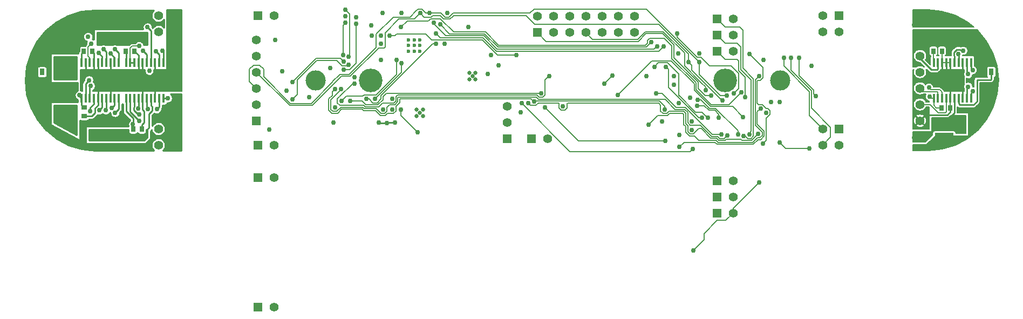
<source format=gbl>
G04 (created by PCBNEW (2013-07-07 BZR 4022)-stable) date 2/22/2014 5:21:18 PM*
%MOIN*%
G04 Gerber Fmt 3.4, Leading zero omitted, Abs format*
%FSLAX34Y34*%
G01*
G70*
G90*
G04 APERTURE LIST*
%ADD10C,0.00590551*%
%ADD11R,0.0165X0.0579*%
%ADD12R,0.055X0.055*%
%ADD13C,0.055*%
%ADD14C,0.025*%
%ADD15C,0.023622*%
%ADD16C,0.146*%
%ADD17C,0.125*%
%ADD18R,0.11811X0.0472441*%
%ADD19R,0.031X0.043*%
%ADD20R,0.026X0.0355*%
%ADD21R,0.0355X0.026*%
%ADD22C,0.03*%
%ADD23C,0.01*%
%ADD24C,0.006*%
G04 APERTURE END LIST*
G54D10*
G54D11*
X7422Y15602D03*
X7678Y15602D03*
X7934Y15602D03*
X8190Y15602D03*
X6658Y13400D03*
X6654Y15602D03*
X6910Y15602D03*
X7166Y15602D03*
X8446Y13398D03*
X8190Y13398D03*
X7934Y13398D03*
X7678Y13398D03*
X7422Y13398D03*
X7166Y13398D03*
X8446Y15602D03*
X6910Y13400D03*
X6398Y15602D03*
X8702Y15602D03*
X8702Y13398D03*
X6398Y13398D03*
X57322Y15602D03*
X57578Y15602D03*
X57834Y15602D03*
X58090Y15602D03*
X56558Y13400D03*
X56554Y15602D03*
X56810Y15602D03*
X57066Y15602D03*
X58346Y13398D03*
X58090Y13398D03*
X57834Y13398D03*
X57578Y13398D03*
X57322Y13398D03*
X57066Y13398D03*
X58346Y15602D03*
X56810Y13400D03*
X56298Y15602D03*
X58602Y15602D03*
X58602Y13398D03*
X56298Y13398D03*
X4672Y15602D03*
X4928Y15602D03*
X5184Y15602D03*
X5440Y15602D03*
X3908Y13400D03*
X3904Y15602D03*
X4160Y15602D03*
X4416Y15602D03*
X5696Y13398D03*
X5440Y13398D03*
X5184Y13398D03*
X4928Y13398D03*
X4672Y13398D03*
X4416Y13398D03*
X5696Y15602D03*
X4160Y13400D03*
X3648Y15602D03*
X5952Y15602D03*
X5952Y13398D03*
X3648Y13398D03*
G54D12*
X31800Y17450D03*
G54D13*
X31800Y18450D03*
X32800Y17450D03*
X32800Y18450D03*
X33800Y17450D03*
X33800Y18450D03*
X34800Y17450D03*
X34800Y18450D03*
X35800Y17450D03*
X35800Y18450D03*
X36800Y17450D03*
X36800Y18450D03*
X37800Y17450D03*
X37800Y18450D03*
G54D12*
X55450Y17000D03*
G54D13*
X55450Y16000D03*
X55450Y15000D03*
X55450Y14000D03*
X55450Y13000D03*
X55450Y12000D03*
G54D12*
X14450Y12000D03*
G54D13*
X14450Y13000D03*
X14450Y14000D03*
X14450Y15000D03*
X14450Y16000D03*
X14450Y17000D03*
G54D14*
X24550Y12500D03*
X24746Y12696D03*
X24746Y12303D03*
X24353Y12303D03*
X24353Y12696D03*
G54D12*
X50450Y18500D03*
G54D13*
X49450Y18500D03*
X49450Y17500D03*
X50450Y17500D03*
G54D12*
X9400Y17500D03*
G54D13*
X8400Y17500D03*
X8400Y18500D03*
X9400Y18500D03*
G54D12*
X9400Y10500D03*
G54D13*
X8400Y10500D03*
X8400Y11500D03*
X9400Y11500D03*
G54D12*
X50450Y11500D03*
G54D13*
X49450Y11500D03*
X49450Y10500D03*
X50450Y10500D03*
G54D12*
X14550Y18500D03*
G54D13*
X15550Y18500D03*
G54D12*
X14550Y10500D03*
G54D13*
X15550Y10500D03*
G54D12*
X42900Y18300D03*
G54D13*
X43900Y18300D03*
G54D12*
X42900Y17300D03*
G54D13*
X43900Y17300D03*
G54D12*
X42900Y16300D03*
G54D13*
X43900Y16300D03*
G54D12*
X14550Y8500D03*
G54D13*
X15550Y8500D03*
G54D12*
X14550Y500D03*
G54D13*
X15550Y500D03*
G54D12*
X42900Y6300D03*
G54D13*
X43900Y6300D03*
G54D12*
X42900Y7300D03*
G54D13*
X43900Y7300D03*
G54D12*
X42900Y8300D03*
G54D13*
X43900Y8300D03*
G54D15*
X24554Y16295D03*
X24200Y16295D03*
X23845Y16295D03*
X23845Y16650D03*
X24200Y16650D03*
X24554Y16650D03*
X24554Y17004D03*
X24200Y17004D03*
X23845Y17004D03*
G54D16*
X21500Y14500D03*
X43400Y14500D03*
G54D17*
X18100Y14500D03*
X46800Y14500D03*
G54D12*
X29950Y10900D03*
G54D13*
X29950Y11900D03*
X29950Y12900D03*
G54D12*
X31450Y10900D03*
G54D13*
X32450Y10900D03*
G54D18*
X56950Y11007D03*
X56950Y11992D03*
X2650Y13492D03*
X2650Y12507D03*
X5350Y11992D03*
X5350Y11007D03*
X5300Y17992D03*
X5300Y17007D03*
X56950Y17007D03*
X56950Y17992D03*
X2650Y16542D03*
X2650Y15557D03*
G54D19*
X604Y15011D03*
X1204Y15011D03*
X1204Y13981D03*
X604Y13981D03*
X59254Y15011D03*
X59854Y15011D03*
X59854Y13981D03*
X59254Y13981D03*
G54D20*
X6832Y11500D03*
X7367Y11500D03*
G54D21*
X3800Y12817D03*
X3800Y12282D03*
G54D20*
X56782Y12800D03*
X57317Y12800D03*
X56282Y16300D03*
X56817Y16300D03*
X6382Y16300D03*
X6917Y16300D03*
X3782Y16300D03*
X4317Y16300D03*
G54D21*
X4350Y11767D03*
X4350Y11232D03*
X6500Y17767D03*
X6500Y17232D03*
X7150Y17767D03*
X7150Y17232D03*
X55450Y10432D03*
X55450Y10967D03*
X2650Y14232D03*
X2650Y14767D03*
X6275Y11767D03*
X6275Y11232D03*
G54D14*
X27800Y14750D03*
X27603Y14553D03*
X27603Y14946D03*
X27996Y14946D03*
X27996Y14553D03*
G54D22*
X22000Y11875D03*
X22500Y11870D03*
X23000Y11875D03*
X56050Y13500D03*
X3525Y13575D03*
X6825Y11775D03*
X7200Y16625D03*
X4250Y16750D03*
X40250Y14232D03*
X41450Y4000D03*
X45500Y8182D03*
X41350Y11432D03*
X41250Y13417D03*
X41800Y16167D03*
X45783Y15750D03*
X45932Y12500D03*
X29400Y15417D03*
X22132Y16750D03*
X19300Y12817D03*
X19000Y15250D03*
X15617Y17000D03*
X16032Y15050D03*
X46767Y13150D03*
X26232Y18650D03*
X23400Y18667D03*
X19950Y18450D03*
X21550Y17900D03*
X44400Y13750D03*
X23394Y17775D03*
X7200Y12375D03*
X4225Y14150D03*
X56000Y14050D03*
X47050Y15900D03*
X43500Y13550D03*
X41800Y15632D03*
X25132Y18650D03*
X7225Y11975D03*
X4125Y14500D03*
X47475Y15900D03*
X43250Y13250D03*
X41150Y15632D03*
X24567Y18650D03*
X25532Y17400D03*
X39600Y16600D03*
X38850Y16850D03*
X25800Y17950D03*
X49000Y13525D03*
X25400Y18050D03*
X39200Y16600D03*
X47975Y15900D03*
X20600Y18000D03*
X19850Y15150D03*
X19950Y18050D03*
X19800Y16050D03*
X20150Y15450D03*
X16674Y13318D03*
X16674Y14381D03*
X19850Y15650D03*
X42200Y13900D03*
X42550Y13550D03*
X41400Y10250D03*
X30500Y16050D03*
X30850Y13075D03*
X22667Y17250D03*
X39132Y13700D03*
X43175Y11150D03*
X43550Y11100D03*
X19675Y13950D03*
X45450Y11200D03*
X31250Y13075D03*
X44917Y16125D03*
X45750Y10600D03*
X44550Y11050D03*
X44900Y11150D03*
X44650Y13450D03*
X48600Y10275D03*
X46775Y10650D03*
X35950Y14300D03*
X36450Y14800D03*
X40450Y17400D03*
X43950Y13700D03*
X41675Y12925D03*
X43000Y12175D03*
X44525Y12225D03*
X36775Y13600D03*
X40583Y10375D03*
X45600Y12750D03*
X23367Y12700D03*
X24400Y11300D03*
X7450Y16325D03*
X7725Y17775D03*
X8250Y16300D03*
X7850Y15075D03*
X8650Y16325D03*
X8975Y13400D03*
X8300Y12725D03*
X7750Y12725D03*
X5300Y17007D03*
X4700Y16175D03*
X4050Y17200D03*
X5000Y16425D03*
X5450Y16150D03*
X5700Y16425D03*
X5725Y12500D03*
X5525Y12800D03*
X5150Y12650D03*
X1204Y15011D03*
X2650Y15125D03*
X4750Y12650D03*
X2650Y12507D03*
X58125Y16325D03*
X57825Y16125D03*
X58425Y14875D03*
X58700Y15125D03*
X58700Y13825D03*
X58425Y14100D03*
X55075Y17925D03*
X55075Y10950D03*
X4175Y12575D03*
X7150Y12750D03*
X41725Y13300D03*
X44200Y11150D03*
X39750Y15332D03*
X41975Y12175D03*
X42350Y12175D03*
X39050Y15332D03*
X15250Y11450D03*
X30775Y12533D03*
X39525Y11950D03*
X40583Y11125D03*
X20525Y14675D03*
X46232Y13150D03*
X33395Y12900D03*
X48750Y15400D03*
X41350Y11967D03*
X40533Y13075D03*
X40250Y14767D03*
X40500Y16167D03*
X38550Y14767D03*
X28750Y14882D03*
X28932Y16050D03*
X27550Y17800D03*
X26067Y16750D03*
X22267Y12700D03*
X22832Y12700D03*
X22832Y13350D03*
X22132Y15750D03*
X22132Y17250D03*
X22250Y18650D03*
X17700Y13467D03*
X19200Y11900D03*
X16300Y13850D03*
X21567Y17250D03*
X20600Y18400D03*
X21767Y13350D03*
X23400Y15550D03*
X21232Y13350D03*
X25532Y16750D03*
X23100Y15750D03*
X19725Y13225D03*
X20150Y15950D03*
X19950Y18850D03*
X39667Y12700D03*
X19300Y13950D03*
X31625Y13200D03*
X45500Y14750D03*
X38667Y11750D03*
X32550Y14750D03*
X20500Y14300D03*
X39717Y10750D03*
X32275Y12825D03*
X32032Y13700D03*
X20250Y13232D03*
G54D23*
X22500Y11870D02*
X22004Y11870D01*
X22004Y11870D02*
X22000Y11875D01*
X22504Y11875D02*
X23000Y11875D01*
X22500Y11870D02*
X22504Y11875D01*
G54D24*
X56298Y13398D02*
X56152Y13398D01*
X56152Y13398D02*
X56050Y13500D01*
G54D23*
X56554Y15602D02*
X56554Y15204D01*
X56554Y15204D02*
X56500Y15150D01*
X56500Y15150D02*
X56150Y15150D01*
X56150Y15150D02*
X55450Y15850D01*
X55450Y15850D02*
X55450Y16000D01*
X3648Y13398D02*
X3525Y13521D01*
X3525Y13521D02*
X3525Y13575D01*
X3800Y12817D02*
X3648Y12969D01*
X3648Y12969D02*
X3648Y13398D01*
X6832Y11825D02*
X6832Y11782D01*
X6832Y11782D02*
X6825Y11775D01*
X6398Y13398D02*
X6398Y12575D01*
X6832Y12141D02*
X6832Y11825D01*
X6832Y11825D02*
X6832Y11500D01*
X6398Y12575D02*
X6832Y12141D01*
X6398Y13398D02*
X6398Y13477D01*
G54D24*
X6654Y15602D02*
X6654Y16504D01*
X6775Y16625D02*
X7200Y16625D01*
X6654Y16504D02*
X6775Y16625D01*
X4160Y15602D02*
X4160Y15890D01*
X4050Y16550D02*
X4250Y16750D01*
X4050Y16000D02*
X4050Y16550D01*
X4160Y15890D02*
X4050Y16000D01*
G54D23*
X6654Y15602D02*
X6910Y15602D01*
G54D24*
X56298Y13398D02*
X56298Y12952D01*
X56450Y12800D02*
X56782Y12800D01*
X56298Y12952D02*
X56450Y12800D01*
X40250Y14232D02*
X40250Y14225D01*
X43450Y5850D02*
X43900Y6300D01*
X42925Y5850D02*
X43450Y5850D01*
X42100Y5025D02*
X42925Y5850D01*
X42100Y4650D02*
X42100Y5025D01*
X41450Y4000D02*
X42100Y4650D01*
X45500Y8182D02*
X43900Y6582D01*
X43900Y6582D02*
X43900Y6300D01*
X41350Y11432D02*
X41350Y11450D01*
X41250Y13417D02*
X41250Y13400D01*
X41800Y16167D02*
X41800Y16150D01*
X45783Y15750D02*
X45800Y15750D01*
X45932Y12500D02*
X45950Y12500D01*
X29400Y15417D02*
X29400Y15400D01*
X22132Y16750D02*
X22150Y16750D01*
X19300Y12817D02*
X19300Y12800D01*
X15617Y17000D02*
X15600Y17000D01*
X16032Y15050D02*
X16050Y15050D01*
X46767Y13150D02*
X46750Y13150D01*
X26232Y18650D02*
X26250Y18650D01*
X23400Y18667D02*
X23400Y18650D01*
X41620Y13950D02*
X41620Y13935D01*
X41620Y13935D02*
X42555Y13000D01*
X43650Y13000D02*
X44400Y13750D01*
X42555Y13000D02*
X43650Y13000D01*
X25075Y18175D02*
X25100Y18175D01*
X23394Y17775D02*
X23779Y18159D01*
X23779Y18159D02*
X25059Y18159D01*
X25075Y18175D02*
X25059Y18159D01*
X41620Y14340D02*
X41620Y13950D01*
X40129Y15831D02*
X41620Y14340D01*
X40129Y16624D02*
X40129Y15831D01*
X39653Y17100D02*
X40129Y16624D01*
X38750Y17100D02*
X39653Y17100D01*
X38600Y16950D02*
X38750Y17100D01*
X38600Y16775D02*
X38600Y16950D01*
X38485Y16660D02*
X38600Y16775D01*
X29429Y16660D02*
X38485Y16660D01*
X28609Y17480D02*
X29429Y16660D01*
X26650Y17480D02*
X28609Y17480D01*
X25830Y18300D02*
X26650Y17480D01*
X25325Y18300D02*
X25830Y18300D01*
X25304Y18279D02*
X25325Y18300D01*
X25204Y18279D02*
X25304Y18279D01*
X25100Y18175D02*
X25204Y18279D01*
G54D23*
X6910Y12860D02*
X6875Y12825D01*
X6875Y12825D02*
X6875Y12650D01*
X6875Y12650D02*
X7150Y12375D01*
X7150Y12375D02*
X7200Y12375D01*
X6910Y13400D02*
X6910Y12860D01*
X4160Y14085D02*
X4225Y14150D01*
X4160Y13400D02*
X4160Y14085D01*
G54D24*
X56150Y13925D02*
X56125Y13925D01*
X56810Y13400D02*
X56810Y13765D01*
X56650Y13925D02*
X56404Y13925D01*
X56700Y13875D02*
X56650Y13925D01*
X56810Y13765D02*
X56700Y13875D01*
X56404Y13925D02*
X56150Y13925D01*
X56125Y13925D02*
X56000Y14050D01*
X47050Y15900D02*
X47050Y15375D01*
X48625Y12325D02*
X49450Y11500D01*
X48625Y13800D02*
X48625Y12325D01*
X47050Y15375D02*
X48625Y13800D01*
X24325Y18775D02*
X23950Y18400D01*
X19162Y14382D02*
X17850Y13070D01*
X17850Y13070D02*
X16549Y13070D01*
X16549Y13070D02*
X14900Y14719D01*
X14900Y14719D02*
X14900Y15175D01*
X14900Y15175D02*
X14650Y15425D01*
X14650Y15425D02*
X14275Y15425D01*
X14275Y15425D02*
X14025Y15175D01*
X14025Y15175D02*
X14025Y14425D01*
X14450Y14000D02*
X14025Y14425D01*
X20305Y14975D02*
X20300Y14975D01*
X24925Y18650D02*
X24675Y18900D01*
X24675Y18900D02*
X24450Y18900D01*
X24450Y18900D02*
X24325Y18775D01*
X21850Y16875D02*
X21850Y16519D01*
X21850Y16519D02*
X20305Y14975D01*
X24925Y18650D02*
X25132Y18650D01*
X19620Y14870D02*
X19162Y14412D01*
X20195Y14870D02*
X19620Y14870D01*
X20300Y14975D02*
X20195Y14870D01*
X19162Y14412D02*
X19162Y14382D01*
X21850Y17350D02*
X21850Y16875D01*
X22900Y18400D02*
X21850Y17350D01*
X23950Y18400D02*
X22900Y18400D01*
X25132Y18650D02*
X25850Y18650D01*
X38532Y18900D02*
X41800Y15632D01*
X38100Y18900D02*
X38532Y18900D01*
X31600Y18900D02*
X38100Y18900D01*
X31350Y18650D02*
X31600Y18900D01*
X26600Y18650D02*
X31350Y18650D01*
X26350Y18400D02*
X26600Y18650D01*
X26100Y18400D02*
X26350Y18400D01*
X25850Y18650D02*
X26100Y18400D01*
X41800Y15632D02*
X41800Y14850D01*
X41800Y14850D02*
X43100Y13550D01*
X43100Y13550D02*
X43500Y13550D01*
X41800Y15632D02*
X41800Y15650D01*
X25132Y18650D02*
X25150Y18650D01*
G54D23*
X6658Y12542D02*
X7225Y11975D01*
X6658Y13400D02*
X6658Y12542D01*
X3908Y14283D02*
X4125Y14500D01*
X3908Y13400D02*
X3908Y14283D01*
G54D24*
X56558Y13400D02*
X56558Y13792D01*
X55650Y13800D02*
X55450Y14000D01*
X56550Y13800D02*
X55650Y13800D01*
X56558Y13792D02*
X56550Y13800D01*
X24817Y18400D02*
X25250Y18400D01*
X41150Y16100D02*
X41150Y16112D01*
X41150Y16112D02*
X39356Y17906D01*
X39356Y17906D02*
X39343Y17906D01*
X39343Y17906D02*
X39300Y17950D01*
X39300Y17950D02*
X31650Y17950D01*
X31650Y17950D02*
X31100Y18500D01*
X31100Y18500D02*
X26619Y18500D01*
X26619Y18500D02*
X26619Y18469D01*
X26619Y18469D02*
X26425Y18275D01*
X26425Y18275D02*
X26025Y18275D01*
X26025Y18275D02*
X25800Y18500D01*
X25800Y18500D02*
X25350Y18500D01*
X25350Y18500D02*
X25250Y18400D01*
X24567Y18650D02*
X24817Y18400D01*
X41150Y16100D02*
X41150Y15632D01*
X47475Y15900D02*
X47475Y15119D01*
X49925Y11350D02*
X49925Y10975D01*
X49450Y10500D02*
X49925Y10975D01*
X47475Y15119D02*
X48750Y13844D01*
X48750Y13844D02*
X48750Y12775D01*
X48750Y12775D02*
X49925Y11600D01*
X49925Y11600D02*
X49925Y11350D01*
X22000Y16500D02*
X22350Y16500D01*
X14450Y15000D02*
X16500Y12950D01*
X19700Y14750D02*
X17900Y12950D01*
X20250Y14750D02*
X19700Y14750D01*
X22000Y16500D02*
X20250Y14750D01*
X16500Y12950D02*
X17900Y12950D01*
X24197Y18279D02*
X24567Y18650D01*
X23254Y18279D02*
X24197Y18279D01*
X22400Y17425D02*
X23254Y18279D01*
X22400Y16550D02*
X22400Y17425D01*
X22350Y16500D02*
X22400Y16550D01*
X43250Y13250D02*
X43230Y13250D01*
X43230Y13250D02*
X41350Y15130D01*
X41350Y15130D02*
X41350Y15432D01*
X41350Y15432D02*
X41150Y15632D01*
X41150Y15632D02*
X41150Y15650D01*
X24567Y18650D02*
X24550Y18650D01*
X27850Y17120D02*
X28250Y17120D01*
X25812Y17120D02*
X27850Y17120D01*
X25525Y17400D02*
X25532Y17400D01*
X25532Y17400D02*
X25812Y17120D01*
X39300Y16300D02*
X39600Y16600D01*
X29269Y16300D02*
X39300Y16300D01*
X28449Y17120D02*
X29269Y16300D01*
X28250Y17120D02*
X28449Y17120D01*
X26389Y17360D02*
X28559Y17360D01*
X28559Y17360D02*
X29379Y16540D01*
X29379Y16540D02*
X38540Y16540D01*
X38540Y16540D02*
X38850Y16850D01*
X25800Y17950D02*
X26389Y17360D01*
X49000Y13525D02*
X48875Y13650D01*
X48875Y13650D02*
X48875Y13889D01*
X48875Y13889D02*
X47975Y14789D01*
X47975Y14789D02*
X47975Y15900D01*
X25400Y18050D02*
X25400Y18000D01*
X39020Y16420D02*
X39200Y16600D01*
X29329Y16420D02*
X39020Y16420D01*
X28509Y17240D02*
X29329Y16420D01*
X26159Y17240D02*
X28509Y17240D01*
X25400Y18000D02*
X26159Y17240D01*
X20600Y15550D02*
X20600Y18000D01*
X20200Y15150D02*
X20600Y15550D01*
X19850Y15150D02*
X20200Y15150D01*
X19800Y16050D02*
X19800Y17900D01*
X19800Y17900D02*
X19950Y18050D01*
X20100Y15400D02*
X19950Y15400D01*
X20150Y15450D02*
X20100Y15400D01*
X19750Y15400D02*
X19950Y15400D01*
X19420Y15729D02*
X19750Y15400D01*
X18192Y15729D02*
X19420Y15729D01*
X16981Y14518D02*
X18192Y15729D01*
X16981Y13625D02*
X16981Y14518D01*
X16674Y13318D02*
X16981Y13625D01*
X16674Y14381D02*
X18142Y15850D01*
X18142Y15850D02*
X19200Y15850D01*
X19650Y15850D02*
X19200Y15850D01*
X19850Y15650D02*
X19650Y15850D01*
X35225Y17025D02*
X34800Y17450D01*
X38000Y17025D02*
X35225Y17025D01*
X38475Y17500D02*
X38000Y17025D01*
X39593Y17500D02*
X38475Y17500D01*
X40900Y16193D02*
X39593Y17500D01*
X40900Y15400D02*
X40900Y16193D01*
X41894Y14405D02*
X40900Y15400D01*
X41894Y14405D02*
X41894Y14405D01*
X42200Y14100D02*
X41894Y14405D01*
X42200Y14100D02*
X42200Y14100D01*
X42200Y13900D02*
X42200Y14100D01*
X31800Y17450D02*
X32345Y16904D01*
X42175Y13550D02*
X42550Y13550D01*
X41740Y13984D02*
X42175Y13550D01*
X41740Y14009D02*
X41740Y13984D01*
X41740Y14384D02*
X41740Y14009D01*
X41740Y14390D02*
X41740Y14384D01*
X40249Y15881D02*
X41740Y14390D01*
X40249Y15999D02*
X40249Y15881D01*
X40249Y16674D02*
X40249Y15999D01*
X40199Y16724D02*
X40249Y16674D01*
X39545Y17377D02*
X40199Y16724D01*
X38897Y17377D02*
X39545Y17377D01*
X38522Y17377D02*
X38897Y17377D01*
X38049Y16904D02*
X38522Y17377D01*
X32345Y16904D02*
X38049Y16904D01*
X35300Y10100D02*
X33825Y10100D01*
X23025Y17250D02*
X23125Y17350D01*
X23125Y17350D02*
X24925Y17350D01*
X24925Y17350D02*
X25275Y17000D01*
X25275Y17000D02*
X28400Y17000D01*
X35300Y10100D02*
X41250Y10100D01*
X41400Y10250D02*
X41250Y10100D01*
X23025Y17250D02*
X22667Y17250D01*
X29350Y16050D02*
X28400Y17000D01*
X30500Y16050D02*
X29350Y16050D01*
X33825Y10100D02*
X30850Y13075D01*
X22667Y17250D02*
X22675Y17250D01*
X42630Y11150D02*
X40955Y12825D01*
X40955Y12825D02*
X40525Y12825D01*
X43175Y11150D02*
X42630Y11150D01*
X40375Y12825D02*
X40525Y12825D01*
X39500Y13700D02*
X40375Y12825D01*
X39132Y13700D02*
X39500Y13700D01*
X19437Y13687D02*
X19050Y13300D01*
X43350Y10900D02*
X43550Y11100D01*
X43075Y10900D02*
X43350Y10900D01*
X42945Y11029D02*
X43075Y10900D01*
X42580Y11029D02*
X42945Y11029D01*
X41885Y11725D02*
X42580Y11029D01*
X41250Y11725D02*
X41885Y11725D01*
X41100Y11875D02*
X41250Y11725D01*
X41100Y12510D02*
X41100Y11875D01*
X40905Y12704D02*
X41100Y12510D01*
X40325Y12704D02*
X40905Y12704D01*
X39700Y13329D02*
X40325Y12704D01*
X31875Y13329D02*
X39700Y13329D01*
X31745Y13459D02*
X31875Y13329D01*
X23224Y13459D02*
X31745Y13459D01*
X23195Y13430D02*
X23224Y13459D01*
X23195Y13175D02*
X23195Y13430D01*
X22999Y12979D02*
X23195Y13175D01*
X22675Y12979D02*
X22999Y12979D01*
X22525Y12829D02*
X22675Y12979D01*
X22525Y12600D02*
X22525Y12829D01*
X22375Y12450D02*
X22525Y12600D01*
X22150Y12450D02*
X22375Y12450D01*
X21860Y12739D02*
X22150Y12450D01*
X21120Y12739D02*
X21860Y12739D01*
X21030Y12829D02*
X21120Y12739D01*
X19679Y12829D02*
X21030Y12829D01*
X19425Y12575D02*
X19679Y12829D01*
X19175Y12575D02*
X19425Y12575D01*
X19050Y12700D02*
X19175Y12575D01*
X19050Y13300D02*
X19050Y12700D01*
X19650Y13900D02*
X19437Y13687D01*
X19437Y13687D02*
X19432Y13682D01*
X19650Y13925D02*
X19650Y13900D01*
X19650Y13950D02*
X19650Y13925D01*
X19675Y13950D02*
X19650Y13950D01*
X45450Y11180D02*
X45450Y11200D01*
X45049Y10779D02*
X45450Y11180D01*
X44695Y10779D02*
X45049Y10779D01*
X44675Y10800D02*
X44695Y10779D01*
X44450Y10800D02*
X44675Y10800D01*
X44400Y10850D02*
X44450Y10800D01*
X43469Y10850D02*
X44400Y10850D01*
X43399Y10779D02*
X43469Y10850D01*
X43025Y10779D02*
X43399Y10779D01*
X42895Y10909D02*
X43025Y10779D01*
X42530Y10909D02*
X42895Y10909D01*
X41932Y11507D02*
X42530Y10909D01*
X41782Y11507D02*
X41932Y11507D01*
X41450Y11175D02*
X41782Y11507D01*
X41250Y11175D02*
X41450Y11175D01*
X41100Y11325D02*
X41250Y11175D01*
X41100Y11705D02*
X41100Y11325D01*
X40979Y11825D02*
X41100Y11705D01*
X40979Y12460D02*
X40979Y11825D01*
X40855Y12584D02*
X40979Y12460D01*
X39934Y12584D02*
X40855Y12584D01*
X39800Y12450D02*
X39934Y12584D01*
X39575Y12450D02*
X39800Y12450D01*
X39425Y12600D02*
X39575Y12450D01*
X39425Y12965D02*
X39425Y12600D01*
X39300Y13089D02*
X39425Y12965D01*
X33675Y13089D02*
X39300Y13089D01*
X33650Y13064D02*
X33675Y13089D01*
X33650Y12800D02*
X33650Y13064D01*
X33500Y12650D02*
X33650Y12800D01*
X33275Y12650D02*
X33500Y12650D01*
X33150Y12775D02*
X33275Y12650D01*
X33150Y13050D02*
X33150Y12775D01*
X33110Y13089D02*
X33150Y13050D01*
X31864Y13089D02*
X33110Y13089D01*
X31725Y12950D02*
X31864Y13089D01*
X31375Y12950D02*
X31725Y12950D01*
X31250Y13075D02*
X31375Y12950D01*
X45940Y10790D02*
X45750Y10600D01*
X45940Y12140D02*
X45940Y10790D01*
X46175Y12375D02*
X45940Y12140D01*
X46175Y12625D02*
X46175Y12375D01*
X46050Y12750D02*
X46175Y12625D01*
X45950Y12750D02*
X46050Y12750D01*
X45700Y13000D02*
X45950Y12750D01*
X45475Y13000D02*
X45700Y13000D01*
X45390Y13084D02*
X45475Y13000D01*
X45390Y14450D02*
X45390Y13084D01*
X45430Y14490D02*
X45390Y14450D01*
X45590Y14490D02*
X45430Y14490D01*
X45750Y14650D02*
X45590Y14490D01*
X45750Y15292D02*
X45750Y14650D01*
X45750Y15292D02*
X44917Y16125D01*
X44550Y11050D02*
X44650Y11050D01*
X43400Y17800D02*
X42900Y18300D01*
X44300Y17800D02*
X43400Y17800D01*
X44500Y17600D02*
X44300Y17800D01*
X44500Y15250D02*
X44500Y17600D01*
X45150Y14600D02*
X44500Y15250D01*
X45150Y11050D02*
X45150Y14600D01*
X45000Y10900D02*
X45150Y11050D01*
X44800Y10900D02*
X45000Y10900D01*
X44650Y11050D02*
X44800Y10900D01*
X44900Y11150D02*
X44900Y11220D01*
X43400Y16800D02*
X42900Y17300D01*
X44150Y16800D02*
X43400Y16800D01*
X44379Y16570D02*
X44150Y16800D01*
X44379Y15170D02*
X44379Y16570D01*
X45029Y14520D02*
X44379Y15170D01*
X45029Y11350D02*
X45029Y14520D01*
X44900Y11220D02*
X45029Y11350D01*
X44650Y13450D02*
X44650Y14700D01*
X43400Y15800D02*
X42900Y16300D01*
X44159Y15800D02*
X43400Y15800D01*
X44259Y15700D02*
X44159Y15800D01*
X44259Y15090D02*
X44259Y15700D01*
X44650Y14700D02*
X44259Y15090D01*
X47150Y10275D02*
X48600Y10275D01*
X46775Y10650D02*
X47150Y10275D01*
X44255Y14600D02*
X44255Y14925D01*
X36450Y14800D02*
X35950Y14300D01*
X40450Y17152D02*
X40450Y17400D01*
X41676Y15926D02*
X40450Y17152D01*
X41923Y15926D02*
X41676Y15926D01*
X42450Y15400D02*
X41923Y15926D01*
X43780Y15400D02*
X42450Y15400D01*
X44255Y14925D02*
X43780Y15400D01*
X44255Y14005D02*
X44255Y14600D01*
X44255Y14600D02*
X44255Y14605D01*
X43950Y13700D02*
X44255Y14005D01*
X41675Y12925D02*
X42121Y12925D01*
X43000Y12405D02*
X43000Y12175D01*
X42765Y12639D02*
X43000Y12405D01*
X42406Y12639D02*
X42765Y12639D01*
X42121Y12925D02*
X42406Y12639D01*
X43870Y12879D02*
X44525Y12225D01*
X42505Y12879D02*
X43870Y12879D01*
X41500Y13885D02*
X42505Y12879D01*
X41500Y14290D02*
X41500Y13885D01*
X40095Y15695D02*
X41500Y14290D01*
X38870Y15695D02*
X40095Y15695D01*
X36775Y13600D02*
X38870Y15695D01*
X45390Y12540D02*
X45600Y12750D01*
X45390Y11779D02*
X45390Y12540D01*
X45820Y11349D02*
X45390Y11779D01*
X45820Y11050D02*
X45820Y11349D01*
X45599Y10829D02*
X45820Y11050D01*
X45449Y10829D02*
X45599Y10829D01*
X45159Y10539D02*
X45449Y10829D01*
X42925Y10539D02*
X45159Y10539D01*
X42795Y10669D02*
X42925Y10539D01*
X40877Y10669D02*
X42795Y10669D01*
X40877Y10669D02*
X40583Y10375D01*
X23367Y12332D02*
X24400Y11300D01*
X23367Y12332D02*
X23367Y12700D01*
G54D23*
X7678Y16097D02*
X7450Y16325D01*
X7678Y15602D02*
X7678Y16097D01*
X7934Y17566D02*
X7725Y17775D01*
X7934Y15602D02*
X7934Y17566D01*
X8446Y16104D02*
X8250Y16300D01*
X8446Y16104D02*
X8446Y15602D01*
X8702Y16273D02*
X8650Y16325D01*
X8702Y16273D02*
X8702Y15602D01*
X8973Y13398D02*
X8975Y13400D01*
X8973Y13398D02*
X8702Y13398D01*
X8446Y13398D02*
X8446Y12871D01*
X8446Y12871D02*
X8300Y12725D01*
X7700Y11450D02*
X7700Y11175D01*
X7934Y12941D02*
X8025Y12850D01*
X8025Y12850D02*
X8025Y12625D01*
X8025Y12625D02*
X7825Y12425D01*
X7825Y12425D02*
X7825Y11575D01*
X7825Y11575D02*
X7700Y11450D01*
X7934Y13398D02*
X7934Y12941D01*
X5457Y10900D02*
X5350Y11007D01*
X7425Y10900D02*
X5457Y10900D01*
X7700Y11175D02*
X7425Y10900D01*
X7678Y12797D02*
X7750Y12725D01*
X7678Y13398D02*
X7678Y12797D01*
X4928Y15947D02*
X4700Y16175D01*
X4928Y15602D02*
X4928Y15947D01*
X5184Y15602D02*
X5184Y16241D01*
X5184Y16241D02*
X5000Y16425D01*
X5696Y15904D02*
X5450Y16150D01*
X5696Y15602D02*
X5696Y15904D01*
X5952Y16173D02*
X5700Y16425D01*
X5952Y15602D02*
X5952Y16173D01*
X5952Y12727D02*
X5725Y12500D01*
X5952Y13398D02*
X5952Y12727D01*
X5696Y12971D02*
X5525Y12800D01*
X5696Y12971D02*
X5696Y13398D01*
X5184Y12684D02*
X5150Y12650D01*
X5184Y13398D02*
X5184Y12684D01*
X2650Y15125D02*
X2650Y15557D01*
X4928Y12828D02*
X4750Y12650D01*
X4928Y13398D02*
X4928Y12828D01*
X57578Y15602D02*
X57578Y15997D01*
X58000Y16325D02*
X58125Y16325D01*
X57925Y16400D02*
X58000Y16325D01*
X57725Y16400D02*
X57925Y16400D01*
X57550Y16225D02*
X57725Y16400D01*
X57550Y16025D02*
X57550Y16225D01*
X57578Y15997D02*
X57550Y16025D01*
X57834Y16116D02*
X57825Y16125D01*
X57834Y15602D02*
X57834Y16116D01*
X58346Y14954D02*
X58425Y14875D01*
X58346Y15602D02*
X58346Y14954D01*
X58602Y15223D02*
X58700Y15125D01*
X58602Y15602D02*
X58602Y15223D01*
X58602Y13398D02*
X58602Y13727D01*
X58602Y13727D02*
X58700Y13825D01*
X58346Y14021D02*
X58425Y14100D01*
X58346Y13398D02*
X58346Y14021D01*
X57834Y13398D02*
X57834Y13041D01*
X59854Y14554D02*
X59854Y15011D01*
X59825Y14525D02*
X59854Y14554D01*
X58975Y14525D02*
X59825Y14525D01*
X58975Y14525D02*
X58975Y14525D01*
X58975Y13200D02*
X58975Y14525D01*
X58750Y12975D02*
X58975Y13200D01*
X57900Y12975D02*
X58750Y12975D01*
X57834Y13041D02*
X57900Y12975D01*
X55075Y10950D02*
X55432Y10950D01*
X55432Y10950D02*
X55450Y10967D01*
X55142Y17992D02*
X55075Y17925D01*
X56950Y17992D02*
X55142Y17992D01*
X57578Y13398D02*
X57578Y12478D01*
X57092Y11992D02*
X56950Y11992D01*
X57578Y12478D02*
X57092Y11992D01*
X4416Y13041D02*
X4175Y12800D01*
X4175Y12800D02*
X4175Y12575D01*
X4416Y13398D02*
X4416Y13041D01*
X7166Y12766D02*
X7150Y12750D01*
X7166Y13398D02*
X7166Y12766D01*
G54D24*
X57066Y13398D02*
X57066Y12566D01*
X56080Y13000D02*
X55450Y13000D01*
X56580Y12500D02*
X56080Y13000D01*
X57000Y12500D02*
X56580Y12500D01*
X57066Y12566D02*
X57000Y12500D01*
X41725Y13300D02*
X41915Y13300D01*
X44200Y11375D02*
X44200Y11150D01*
X42815Y12759D02*
X44200Y11375D01*
X42455Y12759D02*
X42815Y12759D01*
X41915Y13300D02*
X42455Y12759D01*
X41775Y12175D02*
X41975Y12175D01*
X39900Y14050D02*
X41775Y12175D01*
X39900Y15182D02*
X39900Y14050D01*
X39750Y15332D02*
X39900Y15182D01*
X40000Y15425D02*
X40550Y14875D01*
X40550Y13569D02*
X40594Y13525D01*
X40550Y14875D02*
X40550Y13569D01*
X41584Y12534D02*
X40600Y13519D01*
X42350Y12175D02*
X42325Y12175D01*
X41965Y12534D02*
X41584Y12534D01*
X42325Y12175D02*
X41965Y12534D01*
X40600Y13519D02*
X40572Y13547D01*
X40000Y15425D02*
X40000Y15425D01*
X40000Y15425D02*
X39850Y15575D01*
X39850Y15575D02*
X39400Y15575D01*
X39292Y15575D02*
X39400Y15575D01*
X39050Y15332D02*
X39292Y15575D01*
G54D23*
X30750Y12500D02*
X30775Y12525D01*
X30775Y12525D02*
X30775Y12533D01*
G54D24*
X40583Y11125D02*
X40575Y11125D01*
X20525Y14675D02*
X20525Y14650D01*
G54D23*
X4672Y13398D02*
X4672Y12972D01*
X4282Y12282D02*
X3800Y12282D01*
X4475Y12475D02*
X4282Y12282D01*
X4475Y12775D02*
X4475Y12475D01*
X4672Y12972D02*
X4475Y12775D01*
X7367Y11500D02*
X7367Y11742D01*
X7422Y12678D02*
X7422Y13398D01*
X7500Y12600D02*
X7422Y12678D01*
X7500Y11875D02*
X7500Y12600D01*
X7367Y11742D02*
X7500Y11875D01*
X4317Y16300D02*
X4416Y16201D01*
X4416Y16201D02*
X4416Y15602D01*
X6917Y16300D02*
X7166Y16051D01*
X7166Y16051D02*
X7166Y15602D01*
X7166Y15602D02*
X7166Y15016D01*
X7166Y15016D02*
X7150Y15000D01*
X7422Y15602D02*
X7422Y14997D01*
X7422Y14997D02*
X7400Y14975D01*
X8190Y15602D02*
X8190Y15085D01*
X8190Y15085D02*
X8250Y15025D01*
X8190Y13398D02*
X8190Y13960D01*
X8190Y13960D02*
X8175Y13975D01*
X7422Y13398D02*
X7422Y14072D01*
X7422Y14072D02*
X7425Y14075D01*
X5440Y13398D02*
X5440Y13985D01*
X5440Y13985D02*
X5425Y14000D01*
X4672Y13398D02*
X4672Y14047D01*
X4672Y14047D02*
X4675Y14050D01*
X5440Y15602D02*
X5440Y15115D01*
X5440Y15115D02*
X5425Y15100D01*
X4672Y15602D02*
X4672Y15122D01*
X4672Y15122D02*
X4650Y15100D01*
X4416Y15602D02*
X4416Y15084D01*
X4416Y15084D02*
X4425Y15075D01*
X3904Y15602D02*
X3904Y15096D01*
X3904Y15096D02*
X3900Y15100D01*
X57317Y12800D02*
X57317Y12542D01*
X55965Y12359D02*
X55950Y12375D01*
X57134Y12359D02*
X55965Y12359D01*
X57317Y12542D02*
X57134Y12359D01*
X56810Y15602D02*
X56810Y15040D01*
X56810Y15040D02*
X56825Y15025D01*
X57066Y15602D02*
X57066Y15034D01*
X57066Y15034D02*
X57075Y15025D01*
X58090Y15602D02*
X58090Y15115D01*
X57322Y15053D02*
X57322Y15602D01*
X57375Y15000D02*
X57322Y15053D01*
X57975Y15000D02*
X57375Y15000D01*
X58090Y15115D02*
X57975Y15000D01*
X57322Y13398D02*
X57322Y13897D01*
X58090Y13935D02*
X58090Y13398D01*
X58050Y13975D02*
X58090Y13935D01*
X57400Y13975D02*
X58050Y13975D01*
X57322Y13897D02*
X57400Y13975D01*
G54D24*
X57317Y12800D02*
X57317Y13393D01*
X57317Y13393D02*
X57322Y13398D01*
X57325Y15605D02*
X57322Y15602D01*
X57066Y15602D02*
X57322Y15602D01*
X56810Y15602D02*
X57066Y15602D01*
X56817Y16300D02*
X56817Y15609D01*
X56817Y15609D02*
X56810Y15602D01*
X46232Y13150D02*
X46225Y13150D01*
X33395Y12900D02*
X33400Y12900D01*
X41350Y11967D02*
X41350Y11950D01*
X40533Y13075D02*
X40550Y13058D01*
X40550Y13058D02*
X40550Y13050D01*
X40250Y14767D02*
X40250Y14750D01*
X40500Y16167D02*
X40500Y16150D01*
X38550Y14767D02*
X38550Y14750D01*
X28750Y14882D02*
X28750Y14900D01*
X28932Y16050D02*
X28950Y16050D01*
X26067Y16750D02*
X26050Y16750D01*
X22267Y12700D02*
X22250Y12700D01*
X22832Y12700D02*
X22850Y12700D01*
X22832Y13350D02*
X22850Y13350D01*
X22132Y15750D02*
X22150Y15750D01*
X22132Y17250D02*
X22150Y17250D01*
X17700Y13467D02*
X17700Y13450D01*
X23400Y14982D02*
X23400Y15550D01*
X23400Y14982D02*
X21767Y13350D01*
X21400Y13350D02*
X21650Y13100D01*
X21650Y13100D02*
X21900Y13100D01*
X21900Y13100D02*
X22150Y13350D01*
X22150Y13350D02*
X22150Y13550D01*
X22150Y13550D02*
X25350Y16750D01*
X25350Y16750D02*
X25532Y16750D01*
X21232Y13350D02*
X21400Y13350D01*
X21207Y13325D02*
X21232Y13350D01*
X25500Y16717D02*
X25500Y16650D01*
X25532Y16750D02*
X25500Y16717D01*
X21847Y13600D02*
X23100Y14852D01*
X23100Y14852D02*
X23100Y15750D01*
X21100Y13600D02*
X21847Y13600D01*
X21025Y13525D02*
X21100Y13600D01*
X20025Y13525D02*
X21025Y13525D01*
X19725Y13225D02*
X20025Y13525D01*
X56282Y16300D02*
X56282Y15617D01*
X56282Y15617D02*
X56298Y15602D01*
G54D23*
X6398Y15602D02*
X6398Y16284D01*
X6398Y16284D02*
X6382Y16300D01*
X3648Y15602D02*
X3648Y16165D01*
X3648Y16165D02*
X3782Y16300D01*
G54D24*
X20150Y15950D02*
X20200Y16000D01*
X20200Y16000D02*
X20200Y18200D01*
X20200Y18600D02*
X20200Y18200D01*
X19950Y18850D02*
X20200Y18600D01*
X31634Y13209D02*
X39350Y13209D01*
X31625Y13200D02*
X31634Y13209D01*
X39667Y12892D02*
X39350Y13209D01*
X39667Y12892D02*
X39667Y12700D01*
X19152Y13802D02*
X19152Y13572D01*
X19300Y13950D02*
X19152Y13802D01*
X31539Y13200D02*
X31625Y13200D01*
X31400Y13339D02*
X31539Y13200D01*
X23325Y13339D02*
X31400Y13339D01*
X23315Y13329D02*
X23325Y13339D01*
X23315Y13125D02*
X23315Y13329D01*
X23075Y12885D02*
X23315Y13125D01*
X23075Y12600D02*
X23075Y12885D01*
X22925Y12450D02*
X23075Y12600D01*
X22544Y12450D02*
X22925Y12450D01*
X22424Y12329D02*
X22544Y12450D01*
X22100Y12329D02*
X22424Y12329D01*
X21810Y12619D02*
X22100Y12329D01*
X21070Y12619D02*
X21810Y12619D01*
X20980Y12709D02*
X21070Y12619D01*
X19729Y12709D02*
X20980Y12709D01*
X19474Y12454D02*
X19729Y12709D01*
X19125Y12454D02*
X19474Y12454D01*
X18929Y12650D02*
X19125Y12454D01*
X18929Y13349D02*
X18929Y12650D01*
X19152Y13572D02*
X18929Y13349D01*
X38667Y11750D02*
X39246Y12329D01*
X39246Y12329D02*
X39849Y12329D01*
X39849Y12329D02*
X39984Y12464D01*
X39984Y12464D02*
X40795Y12464D01*
X40795Y12464D02*
X40859Y12400D01*
X40859Y12400D02*
X40859Y11770D01*
X40859Y11770D02*
X40979Y11650D01*
X40979Y11650D02*
X40979Y11275D01*
X40979Y11275D02*
X41200Y11054D01*
X41200Y11054D02*
X41499Y11054D01*
X41499Y11054D02*
X41764Y10789D01*
X41764Y10789D02*
X42845Y10789D01*
X42845Y10789D02*
X42975Y10659D01*
X42975Y10659D02*
X45109Y10659D01*
X45109Y10659D02*
X45400Y10950D01*
X45400Y10950D02*
X45550Y10950D01*
X45550Y10950D02*
X45700Y11100D01*
X45700Y11100D02*
X45700Y11300D01*
X45700Y11300D02*
X45270Y11729D01*
X45270Y11729D02*
X45270Y14100D01*
X45270Y14520D02*
X45270Y14100D01*
X45270Y14520D02*
X45500Y14750D01*
X21080Y12950D02*
X21170Y12859D01*
X21170Y12859D02*
X21999Y12859D01*
X21999Y12859D02*
X22239Y13100D01*
X22239Y13100D02*
X22950Y13100D01*
X22950Y13100D02*
X23075Y13225D01*
X23075Y13225D02*
X23075Y13479D01*
X23075Y13479D02*
X23175Y13579D01*
X23175Y13579D02*
X31795Y13579D01*
X31795Y13579D02*
X31925Y13450D01*
X31925Y13450D02*
X32150Y13450D01*
X32150Y13450D02*
X32275Y13575D01*
X32275Y13575D02*
X32275Y14525D01*
X19587Y13487D02*
X19450Y13350D01*
X19600Y12950D02*
X20350Y12950D01*
X19450Y13100D02*
X19600Y12950D01*
X19450Y13350D02*
X19450Y13100D01*
X20350Y12950D02*
X21080Y12950D01*
X32500Y14750D02*
X32275Y14525D01*
X32500Y14750D02*
X32550Y14750D01*
X20500Y14300D02*
X20400Y14300D01*
X20400Y14300D02*
X19587Y13487D01*
X19587Y13487D02*
X19575Y13475D01*
X20500Y14300D02*
X20500Y14325D01*
X32275Y12825D02*
X34350Y10750D01*
X34350Y10750D02*
X39300Y10750D01*
X39300Y10750D02*
X39717Y10750D01*
X20967Y13232D02*
X21220Y12979D01*
X21220Y12979D02*
X21949Y12979D01*
X21949Y12979D02*
X22270Y13300D01*
X22270Y13300D02*
X22270Y13500D01*
X22270Y13500D02*
X22469Y13700D01*
X22469Y13700D02*
X31425Y13700D01*
X20250Y13225D02*
X20250Y13232D01*
X20250Y13232D02*
X20967Y13232D01*
X31425Y13700D02*
X32032Y13700D01*
G54D10*
G36*
X9830Y10169D02*
X8669Y10169D01*
X8723Y10220D01*
X8771Y10289D01*
X8805Y10365D01*
X8823Y10446D01*
X8825Y10541D01*
X8808Y10623D01*
X8777Y10700D01*
X8730Y10769D01*
X8672Y10829D01*
X8603Y10875D01*
X8526Y10907D01*
X8444Y10924D01*
X8361Y10925D01*
X8279Y10909D01*
X8202Y10878D01*
X8132Y10832D01*
X8072Y10774D01*
X8025Y10705D01*
X7992Y10629D01*
X7975Y10547D01*
X7974Y10464D01*
X7989Y10382D01*
X8020Y10304D01*
X8065Y10234D01*
X8123Y10174D01*
X8130Y10169D01*
X4508Y10169D01*
X3659Y10252D01*
X2850Y10497D01*
X2104Y10893D01*
X1509Y11378D01*
X1509Y14810D01*
X1509Y15241D01*
X1504Y15270D01*
X1492Y15297D01*
X1476Y15322D01*
X1455Y15342D01*
X1431Y15359D01*
X1404Y15370D01*
X1375Y15376D01*
X1346Y15376D01*
X1035Y15376D01*
X1006Y15371D01*
X978Y15359D01*
X954Y15343D01*
X933Y15322D01*
X917Y15298D01*
X905Y15271D01*
X899Y15242D01*
X899Y15213D01*
X899Y14782D01*
X905Y14753D01*
X916Y14726D01*
X932Y14701D01*
X953Y14680D01*
X978Y14664D01*
X1005Y14652D01*
X1033Y14646D01*
X1063Y14646D01*
X1374Y14646D01*
X1403Y14652D01*
X1430Y14663D01*
X1454Y14680D01*
X1475Y14700D01*
X1492Y14725D01*
X1503Y14752D01*
X1509Y14781D01*
X1509Y14810D01*
X1509Y11378D01*
X1449Y11427D01*
X910Y12078D01*
X508Y12822D01*
X258Y13629D01*
X169Y14477D01*
X169Y14491D01*
X252Y15340D01*
X497Y16149D01*
X893Y16895D01*
X1427Y17550D01*
X2078Y18089D01*
X2822Y18491D01*
X3629Y18741D01*
X4477Y18830D01*
X4500Y18830D01*
X8129Y18830D01*
X8072Y18774D01*
X8025Y18705D01*
X7992Y18629D01*
X7975Y18547D01*
X7974Y18464D01*
X7989Y18382D01*
X8020Y18304D01*
X8065Y18234D01*
X8123Y18174D01*
X8191Y18127D01*
X8268Y18093D01*
X8349Y18075D01*
X8432Y18074D01*
X8514Y18088D01*
X8592Y18118D01*
X8662Y18163D01*
X8723Y18220D01*
X8750Y18258D01*
X8750Y17741D01*
X8730Y17769D01*
X8672Y17829D01*
X8603Y17875D01*
X8526Y17907D01*
X8444Y17924D01*
X8361Y17925D01*
X8279Y17909D01*
X8202Y17878D01*
X8132Y17832D01*
X8072Y17774D01*
X8046Y17736D01*
X8024Y17758D01*
X8025Y17804D01*
X8013Y17862D01*
X7991Y17916D01*
X7958Y17965D01*
X7917Y18007D01*
X7868Y18040D01*
X7814Y18062D01*
X7756Y18074D01*
X7697Y18075D01*
X7639Y18064D01*
X7585Y18042D01*
X7536Y18009D01*
X7494Y17968D01*
X7460Y17920D01*
X7437Y17866D01*
X7425Y17808D01*
X7424Y17749D01*
X7435Y17691D01*
X7451Y17650D01*
X5600Y17650D01*
X4400Y17650D01*
X4400Y17010D01*
X4393Y17015D01*
X4339Y17037D01*
X4307Y17044D01*
X4312Y17051D01*
X4336Y17104D01*
X4349Y17162D01*
X4350Y17229D01*
X4338Y17287D01*
X4316Y17341D01*
X4283Y17390D01*
X4242Y17432D01*
X4193Y17465D01*
X4139Y17487D01*
X4081Y17499D01*
X4022Y17500D01*
X3964Y17489D01*
X3910Y17467D01*
X3861Y17434D01*
X3819Y17393D01*
X3785Y17345D01*
X3762Y17291D01*
X3750Y17233D01*
X3749Y17174D01*
X3760Y17116D01*
X3781Y17062D01*
X3813Y17012D01*
X3854Y16970D01*
X3902Y16936D01*
X3956Y16913D01*
X3992Y16905D01*
X3985Y16895D01*
X3962Y16841D01*
X3950Y16783D01*
X3949Y16724D01*
X3952Y16707D01*
X3922Y16677D01*
X3912Y16664D01*
X3901Y16651D01*
X3901Y16650D01*
X3900Y16650D01*
X3892Y16635D01*
X3888Y16627D01*
X3637Y16627D01*
X3608Y16621D01*
X3581Y16610D01*
X3557Y16594D01*
X3536Y16573D01*
X3519Y16549D01*
X3508Y16522D01*
X3502Y16493D01*
X3502Y16463D01*
X3502Y16301D01*
X3494Y16292D01*
X3482Y16278D01*
X3482Y16277D01*
X3481Y16276D01*
X3473Y16260D01*
X3464Y16244D01*
X3463Y16243D01*
X3463Y16242D01*
X3457Y16224D01*
X3452Y16207D01*
X3452Y16206D01*
X3451Y16205D01*
X3450Y16186D01*
X3448Y16168D01*
X3448Y16166D01*
X3448Y16166D01*
X3448Y16166D01*
X3448Y16165D01*
X3448Y16150D01*
X3050Y16150D01*
X1750Y16150D01*
X1750Y14350D01*
X3400Y14350D01*
X3400Y13848D01*
X3385Y13842D01*
X3336Y13809D01*
X3294Y13768D01*
X3260Y13720D01*
X3237Y13666D01*
X3225Y13608D01*
X3224Y13549D01*
X3235Y13491D01*
X3256Y13437D01*
X3288Y13387D01*
X3329Y13345D01*
X3377Y13311D01*
X3415Y13295D01*
X3415Y13150D01*
X2800Y13150D01*
X1750Y13150D01*
X1750Y11760D01*
X3550Y10800D01*
X3550Y12020D01*
X3550Y12019D01*
X3577Y12008D01*
X3606Y12002D01*
X3636Y12002D01*
X3992Y12002D01*
X4021Y12008D01*
X4048Y12019D01*
X4072Y12035D01*
X4093Y12056D01*
X4110Y12080D01*
X4110Y12082D01*
X4282Y12082D01*
X4300Y12084D01*
X4319Y12085D01*
X4320Y12086D01*
X4321Y12086D01*
X4339Y12091D01*
X4356Y12096D01*
X4357Y12097D01*
X4358Y12097D01*
X4375Y12106D01*
X4391Y12114D01*
X4392Y12115D01*
X4393Y12115D01*
X4407Y12127D01*
X4421Y12139D01*
X4423Y12140D01*
X4423Y12140D01*
X4423Y12140D01*
X4423Y12141D01*
X4616Y12333D01*
X4628Y12347D01*
X4640Y12362D01*
X4640Y12362D01*
X4641Y12363D01*
X4643Y12368D01*
X4656Y12363D01*
X4714Y12350D01*
X4773Y12349D01*
X4831Y12359D01*
X4885Y12380D01*
X4935Y12412D01*
X4949Y12425D01*
X4954Y12420D01*
X5002Y12386D01*
X5056Y12363D01*
X5114Y12350D01*
X5173Y12349D01*
X5231Y12359D01*
X5285Y12380D01*
X5335Y12412D01*
X5378Y12453D01*
X5412Y12501D01*
X5419Y12518D01*
X5425Y12516D01*
X5424Y12474D01*
X5435Y12416D01*
X5456Y12362D01*
X5488Y12312D01*
X5529Y12270D01*
X5577Y12236D01*
X5631Y12213D01*
X5689Y12200D01*
X5748Y12199D01*
X5806Y12209D01*
X5860Y12230D01*
X5910Y12262D01*
X5953Y12303D01*
X5987Y12351D01*
X6011Y12404D01*
X6024Y12462D01*
X6024Y12516D01*
X6093Y12585D01*
X6105Y12599D01*
X6117Y12614D01*
X6117Y12614D01*
X6118Y12615D01*
X6126Y12632D01*
X6135Y12648D01*
X6136Y12649D01*
X6136Y12650D01*
X6142Y12667D01*
X6147Y12685D01*
X6147Y12686D01*
X6148Y12687D01*
X6149Y12705D01*
X6151Y12724D01*
X6151Y12726D01*
X6151Y12726D01*
X6151Y12726D01*
X6152Y12727D01*
X6152Y13014D01*
X6167Y13036D01*
X6175Y13055D01*
X6182Y13037D01*
X6198Y13014D01*
X6198Y12575D01*
X6199Y12557D01*
X6201Y12538D01*
X6201Y12537D01*
X6201Y12536D01*
X6207Y12519D01*
X6212Y12501D01*
X6212Y12500D01*
X6213Y12499D01*
X6221Y12483D01*
X6230Y12466D01*
X6230Y12465D01*
X6231Y12465D01*
X6243Y12450D01*
X6254Y12436D01*
X6256Y12434D01*
X6256Y12434D01*
X6256Y12434D01*
X6256Y12434D01*
X6632Y12058D01*
X6632Y12006D01*
X6594Y11968D01*
X6560Y11920D01*
X6537Y11866D01*
X6525Y11808D01*
X6524Y11749D01*
X6535Y11691D01*
X6551Y11650D01*
X4900Y11650D01*
X3925Y11650D01*
X3925Y10600D01*
X7612Y10600D01*
X7900Y10887D01*
X7900Y11175D01*
X7900Y11367D01*
X7966Y11433D01*
X7977Y11447D01*
X7989Y11382D01*
X8020Y11304D01*
X8065Y11234D01*
X8123Y11174D01*
X8191Y11127D01*
X8268Y11093D01*
X8349Y11075D01*
X8432Y11074D01*
X8514Y11088D01*
X8592Y11118D01*
X8662Y11163D01*
X8723Y11220D01*
X8771Y11289D01*
X8805Y11365D01*
X8823Y11446D01*
X8825Y11541D01*
X8808Y11623D01*
X8777Y11700D01*
X8730Y11769D01*
X8672Y11829D01*
X8603Y11875D01*
X8526Y11907D01*
X8444Y11924D01*
X8361Y11925D01*
X8279Y11909D01*
X8202Y11878D01*
X8132Y11832D01*
X8072Y11774D01*
X8025Y11705D01*
X8025Y11703D01*
X8025Y12342D01*
X8148Y12465D01*
X8152Y12461D01*
X8206Y12438D01*
X8264Y12425D01*
X8323Y12424D01*
X8381Y12434D01*
X8435Y12455D01*
X8485Y12487D01*
X8528Y12528D01*
X8562Y12576D01*
X8586Y12629D01*
X8599Y12687D01*
X8599Y12744D01*
X8611Y12758D01*
X8611Y12758D01*
X8612Y12759D01*
X8620Y12775D01*
X8629Y12792D01*
X8630Y12793D01*
X8630Y12794D01*
X8636Y12811D01*
X8641Y12829D01*
X8641Y12830D01*
X8642Y12831D01*
X8643Y12849D01*
X8645Y12868D01*
X8645Y12870D01*
X8645Y12870D01*
X8645Y12870D01*
X8646Y12871D01*
X8646Y12958D01*
X8799Y12958D01*
X8828Y12964D01*
X8855Y12975D01*
X8879Y12991D01*
X8900Y13012D01*
X8917Y13036D01*
X8928Y13063D01*
X8934Y13092D01*
X8934Y13101D01*
X8939Y13100D01*
X8998Y13099D01*
X9056Y13109D01*
X9110Y13130D01*
X9160Y13162D01*
X9203Y13203D01*
X9237Y13251D01*
X9261Y13304D01*
X9274Y13362D01*
X9275Y13429D01*
X9263Y13487D01*
X9241Y13541D01*
X9208Y13590D01*
X9167Y13632D01*
X9140Y13650D01*
X9830Y13650D01*
X9830Y11500D01*
X9830Y10169D01*
X9830Y10169D01*
G37*
G54D23*
X9830Y10169D02*
X8669Y10169D01*
X8723Y10220D01*
X8771Y10289D01*
X8805Y10365D01*
X8823Y10446D01*
X8825Y10541D01*
X8808Y10623D01*
X8777Y10700D01*
X8730Y10769D01*
X8672Y10829D01*
X8603Y10875D01*
X8526Y10907D01*
X8444Y10924D01*
X8361Y10925D01*
X8279Y10909D01*
X8202Y10878D01*
X8132Y10832D01*
X8072Y10774D01*
X8025Y10705D01*
X7992Y10629D01*
X7975Y10547D01*
X7974Y10464D01*
X7989Y10382D01*
X8020Y10304D01*
X8065Y10234D01*
X8123Y10174D01*
X8130Y10169D01*
X4508Y10169D01*
X3659Y10252D01*
X2850Y10497D01*
X2104Y10893D01*
X1509Y11378D01*
X1509Y14810D01*
X1509Y15241D01*
X1504Y15270D01*
X1492Y15297D01*
X1476Y15322D01*
X1455Y15342D01*
X1431Y15359D01*
X1404Y15370D01*
X1375Y15376D01*
X1346Y15376D01*
X1035Y15376D01*
X1006Y15371D01*
X978Y15359D01*
X954Y15343D01*
X933Y15322D01*
X917Y15298D01*
X905Y15271D01*
X899Y15242D01*
X899Y15213D01*
X899Y14782D01*
X905Y14753D01*
X916Y14726D01*
X932Y14701D01*
X953Y14680D01*
X978Y14664D01*
X1005Y14652D01*
X1033Y14646D01*
X1063Y14646D01*
X1374Y14646D01*
X1403Y14652D01*
X1430Y14663D01*
X1454Y14680D01*
X1475Y14700D01*
X1492Y14725D01*
X1503Y14752D01*
X1509Y14781D01*
X1509Y14810D01*
X1509Y11378D01*
X1449Y11427D01*
X910Y12078D01*
X508Y12822D01*
X258Y13629D01*
X169Y14477D01*
X169Y14491D01*
X252Y15340D01*
X497Y16149D01*
X893Y16895D01*
X1427Y17550D01*
X2078Y18089D01*
X2822Y18491D01*
X3629Y18741D01*
X4477Y18830D01*
X4500Y18830D01*
X8129Y18830D01*
X8072Y18774D01*
X8025Y18705D01*
X7992Y18629D01*
X7975Y18547D01*
X7974Y18464D01*
X7989Y18382D01*
X8020Y18304D01*
X8065Y18234D01*
X8123Y18174D01*
X8191Y18127D01*
X8268Y18093D01*
X8349Y18075D01*
X8432Y18074D01*
X8514Y18088D01*
X8592Y18118D01*
X8662Y18163D01*
X8723Y18220D01*
X8750Y18258D01*
X8750Y17741D01*
X8730Y17769D01*
X8672Y17829D01*
X8603Y17875D01*
X8526Y17907D01*
X8444Y17924D01*
X8361Y17925D01*
X8279Y17909D01*
X8202Y17878D01*
X8132Y17832D01*
X8072Y17774D01*
X8046Y17736D01*
X8024Y17758D01*
X8025Y17804D01*
X8013Y17862D01*
X7991Y17916D01*
X7958Y17965D01*
X7917Y18007D01*
X7868Y18040D01*
X7814Y18062D01*
X7756Y18074D01*
X7697Y18075D01*
X7639Y18064D01*
X7585Y18042D01*
X7536Y18009D01*
X7494Y17968D01*
X7460Y17920D01*
X7437Y17866D01*
X7425Y17808D01*
X7424Y17749D01*
X7435Y17691D01*
X7451Y17650D01*
X5600Y17650D01*
X4400Y17650D01*
X4400Y17010D01*
X4393Y17015D01*
X4339Y17037D01*
X4307Y17044D01*
X4312Y17051D01*
X4336Y17104D01*
X4349Y17162D01*
X4350Y17229D01*
X4338Y17287D01*
X4316Y17341D01*
X4283Y17390D01*
X4242Y17432D01*
X4193Y17465D01*
X4139Y17487D01*
X4081Y17499D01*
X4022Y17500D01*
X3964Y17489D01*
X3910Y17467D01*
X3861Y17434D01*
X3819Y17393D01*
X3785Y17345D01*
X3762Y17291D01*
X3750Y17233D01*
X3749Y17174D01*
X3760Y17116D01*
X3781Y17062D01*
X3813Y17012D01*
X3854Y16970D01*
X3902Y16936D01*
X3956Y16913D01*
X3992Y16905D01*
X3985Y16895D01*
X3962Y16841D01*
X3950Y16783D01*
X3949Y16724D01*
X3952Y16707D01*
X3922Y16677D01*
X3912Y16664D01*
X3901Y16651D01*
X3901Y16650D01*
X3900Y16650D01*
X3892Y16635D01*
X3888Y16627D01*
X3637Y16627D01*
X3608Y16621D01*
X3581Y16610D01*
X3557Y16594D01*
X3536Y16573D01*
X3519Y16549D01*
X3508Y16522D01*
X3502Y16493D01*
X3502Y16463D01*
X3502Y16301D01*
X3494Y16292D01*
X3482Y16278D01*
X3482Y16277D01*
X3481Y16276D01*
X3473Y16260D01*
X3464Y16244D01*
X3463Y16243D01*
X3463Y16242D01*
X3457Y16224D01*
X3452Y16207D01*
X3452Y16206D01*
X3451Y16205D01*
X3450Y16186D01*
X3448Y16168D01*
X3448Y16166D01*
X3448Y16166D01*
X3448Y16166D01*
X3448Y16165D01*
X3448Y16150D01*
X3050Y16150D01*
X1750Y16150D01*
X1750Y14350D01*
X3400Y14350D01*
X3400Y13848D01*
X3385Y13842D01*
X3336Y13809D01*
X3294Y13768D01*
X3260Y13720D01*
X3237Y13666D01*
X3225Y13608D01*
X3224Y13549D01*
X3235Y13491D01*
X3256Y13437D01*
X3288Y13387D01*
X3329Y13345D01*
X3377Y13311D01*
X3415Y13295D01*
X3415Y13150D01*
X2800Y13150D01*
X1750Y13150D01*
X1750Y11760D01*
X3550Y10800D01*
X3550Y12020D01*
X3550Y12019D01*
X3577Y12008D01*
X3606Y12002D01*
X3636Y12002D01*
X3992Y12002D01*
X4021Y12008D01*
X4048Y12019D01*
X4072Y12035D01*
X4093Y12056D01*
X4110Y12080D01*
X4110Y12082D01*
X4282Y12082D01*
X4300Y12084D01*
X4319Y12085D01*
X4320Y12086D01*
X4321Y12086D01*
X4339Y12091D01*
X4356Y12096D01*
X4357Y12097D01*
X4358Y12097D01*
X4375Y12106D01*
X4391Y12114D01*
X4392Y12115D01*
X4393Y12115D01*
X4407Y12127D01*
X4421Y12139D01*
X4423Y12140D01*
X4423Y12140D01*
X4423Y12140D01*
X4423Y12141D01*
X4616Y12333D01*
X4628Y12347D01*
X4640Y12362D01*
X4640Y12362D01*
X4641Y12363D01*
X4643Y12368D01*
X4656Y12363D01*
X4714Y12350D01*
X4773Y12349D01*
X4831Y12359D01*
X4885Y12380D01*
X4935Y12412D01*
X4949Y12425D01*
X4954Y12420D01*
X5002Y12386D01*
X5056Y12363D01*
X5114Y12350D01*
X5173Y12349D01*
X5231Y12359D01*
X5285Y12380D01*
X5335Y12412D01*
X5378Y12453D01*
X5412Y12501D01*
X5419Y12518D01*
X5425Y12516D01*
X5424Y12474D01*
X5435Y12416D01*
X5456Y12362D01*
X5488Y12312D01*
X5529Y12270D01*
X5577Y12236D01*
X5631Y12213D01*
X5689Y12200D01*
X5748Y12199D01*
X5806Y12209D01*
X5860Y12230D01*
X5910Y12262D01*
X5953Y12303D01*
X5987Y12351D01*
X6011Y12404D01*
X6024Y12462D01*
X6024Y12516D01*
X6093Y12585D01*
X6105Y12599D01*
X6117Y12614D01*
X6117Y12614D01*
X6118Y12615D01*
X6126Y12632D01*
X6135Y12648D01*
X6136Y12649D01*
X6136Y12650D01*
X6142Y12667D01*
X6147Y12685D01*
X6147Y12686D01*
X6148Y12687D01*
X6149Y12705D01*
X6151Y12724D01*
X6151Y12726D01*
X6151Y12726D01*
X6151Y12726D01*
X6152Y12727D01*
X6152Y13014D01*
X6167Y13036D01*
X6175Y13055D01*
X6182Y13037D01*
X6198Y13014D01*
X6198Y12575D01*
X6199Y12557D01*
X6201Y12538D01*
X6201Y12537D01*
X6201Y12536D01*
X6207Y12519D01*
X6212Y12501D01*
X6212Y12500D01*
X6213Y12499D01*
X6221Y12483D01*
X6230Y12466D01*
X6230Y12465D01*
X6231Y12465D01*
X6243Y12450D01*
X6254Y12436D01*
X6256Y12434D01*
X6256Y12434D01*
X6256Y12434D01*
X6256Y12434D01*
X6632Y12058D01*
X6632Y12006D01*
X6594Y11968D01*
X6560Y11920D01*
X6537Y11866D01*
X6525Y11808D01*
X6524Y11749D01*
X6535Y11691D01*
X6551Y11650D01*
X4900Y11650D01*
X3925Y11650D01*
X3925Y10600D01*
X7612Y10600D01*
X7900Y10887D01*
X7900Y11175D01*
X7900Y11367D01*
X7966Y11433D01*
X7977Y11447D01*
X7989Y11382D01*
X8020Y11304D01*
X8065Y11234D01*
X8123Y11174D01*
X8191Y11127D01*
X8268Y11093D01*
X8349Y11075D01*
X8432Y11074D01*
X8514Y11088D01*
X8592Y11118D01*
X8662Y11163D01*
X8723Y11220D01*
X8771Y11289D01*
X8805Y11365D01*
X8823Y11446D01*
X8825Y11541D01*
X8808Y11623D01*
X8777Y11700D01*
X8730Y11769D01*
X8672Y11829D01*
X8603Y11875D01*
X8526Y11907D01*
X8444Y11924D01*
X8361Y11925D01*
X8279Y11909D01*
X8202Y11878D01*
X8132Y11832D01*
X8072Y11774D01*
X8025Y11705D01*
X8025Y11703D01*
X8025Y12342D01*
X8148Y12465D01*
X8152Y12461D01*
X8206Y12438D01*
X8264Y12425D01*
X8323Y12424D01*
X8381Y12434D01*
X8435Y12455D01*
X8485Y12487D01*
X8528Y12528D01*
X8562Y12576D01*
X8586Y12629D01*
X8599Y12687D01*
X8599Y12744D01*
X8611Y12758D01*
X8611Y12758D01*
X8612Y12759D01*
X8620Y12775D01*
X8629Y12792D01*
X8630Y12793D01*
X8630Y12794D01*
X8636Y12811D01*
X8641Y12829D01*
X8641Y12830D01*
X8642Y12831D01*
X8643Y12849D01*
X8645Y12868D01*
X8645Y12870D01*
X8645Y12870D01*
X8645Y12870D01*
X8646Y12871D01*
X8646Y12958D01*
X8799Y12958D01*
X8828Y12964D01*
X8855Y12975D01*
X8879Y12991D01*
X8900Y13012D01*
X8917Y13036D01*
X8928Y13063D01*
X8934Y13092D01*
X8934Y13101D01*
X8939Y13100D01*
X8998Y13099D01*
X9056Y13109D01*
X9110Y13130D01*
X9160Y13162D01*
X9203Y13203D01*
X9237Y13251D01*
X9261Y13304D01*
X9274Y13362D01*
X9275Y13429D01*
X9263Y13487D01*
X9241Y13541D01*
X9208Y13590D01*
X9167Y13632D01*
X9140Y13650D01*
X9830Y13650D01*
X9830Y11500D01*
X9830Y10169D01*
G54D10*
G36*
X3350Y11133D02*
X1950Y11880D01*
X1950Y12950D01*
X2800Y12950D01*
X3350Y12950D01*
X3350Y11133D01*
X3350Y11133D01*
G37*
G54D23*
X3350Y11133D02*
X1950Y11880D01*
X1950Y12950D01*
X2800Y12950D01*
X3350Y12950D01*
X3350Y11133D01*
G54D10*
G36*
X7700Y10970D02*
X7529Y10800D01*
X4125Y10800D01*
X4125Y11450D01*
X4900Y11450D01*
X6552Y11450D01*
X6552Y11307D01*
X6558Y11278D01*
X6569Y11251D01*
X6585Y11227D01*
X6606Y11206D01*
X6630Y11189D01*
X6657Y11178D01*
X6686Y11172D01*
X6716Y11172D01*
X6977Y11172D01*
X7006Y11178D01*
X7033Y11189D01*
X7057Y11205D01*
X7078Y11226D01*
X7094Y11250D01*
X7105Y11250D01*
X7120Y11227D01*
X7141Y11206D01*
X7165Y11189D01*
X7192Y11178D01*
X7221Y11172D01*
X7251Y11172D01*
X7512Y11172D01*
X7541Y11178D01*
X7568Y11189D01*
X7592Y11205D01*
X7613Y11226D01*
X7630Y11250D01*
X7641Y11277D01*
X7647Y11306D01*
X7647Y11336D01*
X7647Y11450D01*
X7700Y11450D01*
X7700Y10970D01*
X7700Y10970D01*
G37*
G54D23*
X7700Y10970D02*
X7529Y10800D01*
X4125Y10800D01*
X4125Y11450D01*
X4900Y11450D01*
X6552Y11450D01*
X6552Y11307D01*
X6558Y11278D01*
X6569Y11251D01*
X6585Y11227D01*
X6606Y11206D01*
X6630Y11189D01*
X6657Y11178D01*
X6686Y11172D01*
X6716Y11172D01*
X6977Y11172D01*
X7006Y11178D01*
X7033Y11189D01*
X7057Y11205D01*
X7078Y11226D01*
X7094Y11250D01*
X7105Y11250D01*
X7120Y11227D01*
X7141Y11206D01*
X7165Y11189D01*
X7192Y11178D01*
X7221Y11172D01*
X7251Y11172D01*
X7512Y11172D01*
X7541Y11178D01*
X7568Y11189D01*
X7592Y11205D01*
X7613Y11226D01*
X7630Y11250D01*
X7641Y11277D01*
X7647Y11306D01*
X7647Y11336D01*
X7647Y11450D01*
X7700Y11450D01*
X7700Y10970D01*
G54D10*
G36*
X3350Y14550D02*
X1950Y14550D01*
X1950Y15950D01*
X3050Y15950D01*
X3350Y15950D01*
X3350Y14550D01*
X3350Y14550D01*
G37*
G54D23*
X3350Y14550D02*
X1950Y14550D01*
X1950Y15950D01*
X3050Y15950D01*
X3350Y15950D01*
X3350Y14550D01*
G54D10*
G36*
X7700Y16700D02*
X7490Y16700D01*
X7488Y16712D01*
X7466Y16766D01*
X7433Y16815D01*
X7392Y16857D01*
X7343Y16890D01*
X7289Y16912D01*
X7231Y16924D01*
X7172Y16925D01*
X7114Y16914D01*
X7060Y16892D01*
X7011Y16859D01*
X6969Y16818D01*
X6959Y16805D01*
X6775Y16805D01*
X6758Y16803D01*
X6741Y16801D01*
X6740Y16801D01*
X6740Y16801D01*
X6724Y16796D01*
X6708Y16792D01*
X6707Y16791D01*
X6706Y16791D01*
X6691Y16783D01*
X6676Y16775D01*
X6676Y16775D01*
X6675Y16774D01*
X6662Y16764D01*
X6649Y16754D01*
X6648Y16752D01*
X6648Y16752D01*
X6648Y16752D01*
X6647Y16752D01*
X6595Y16700D01*
X6100Y16700D01*
X5819Y16700D01*
X5789Y16712D01*
X5731Y16724D01*
X5672Y16725D01*
X5614Y16714D01*
X5579Y16700D01*
X5119Y16700D01*
X5089Y16712D01*
X5031Y16724D01*
X4972Y16725D01*
X4914Y16714D01*
X4879Y16700D01*
X4600Y16700D01*
X4600Y17450D01*
X5600Y17450D01*
X7700Y17450D01*
X7700Y16700D01*
X7700Y16700D01*
G37*
G54D23*
X7700Y16700D02*
X7490Y16700D01*
X7488Y16712D01*
X7466Y16766D01*
X7433Y16815D01*
X7392Y16857D01*
X7343Y16890D01*
X7289Y16912D01*
X7231Y16924D01*
X7172Y16925D01*
X7114Y16914D01*
X7060Y16892D01*
X7011Y16859D01*
X6969Y16818D01*
X6959Y16805D01*
X6775Y16805D01*
X6758Y16803D01*
X6741Y16801D01*
X6740Y16801D01*
X6740Y16801D01*
X6724Y16796D01*
X6708Y16792D01*
X6707Y16791D01*
X6706Y16791D01*
X6691Y16783D01*
X6676Y16775D01*
X6676Y16775D01*
X6675Y16774D01*
X6662Y16764D01*
X6649Y16754D01*
X6648Y16752D01*
X6648Y16752D01*
X6648Y16752D01*
X6647Y16752D01*
X6595Y16700D01*
X6100Y16700D01*
X5819Y16700D01*
X5789Y16712D01*
X5731Y16724D01*
X5672Y16725D01*
X5614Y16714D01*
X5579Y16700D01*
X5119Y16700D01*
X5089Y16712D01*
X5031Y16724D01*
X4972Y16725D01*
X4914Y16714D01*
X4879Y16700D01*
X4600Y16700D01*
X4600Y17450D01*
X5600Y17450D01*
X7700Y17450D01*
X7700Y16700D01*
G54D10*
G36*
X9850Y13830D02*
X4340Y13830D01*
X4340Y13894D01*
X4351Y13898D01*
X4398Y13928D01*
X4437Y13966D01*
X4469Y14011D01*
X4491Y14061D01*
X4504Y14114D01*
X4505Y14177D01*
X4494Y14231D01*
X4473Y14282D01*
X4443Y14327D01*
X4404Y14366D01*
X4379Y14383D01*
X4391Y14411D01*
X4404Y14464D01*
X4405Y14527D01*
X4394Y14581D01*
X4373Y14632D01*
X4343Y14677D01*
X4304Y14716D01*
X4258Y14747D01*
X4208Y14768D01*
X4154Y14779D01*
X4099Y14780D01*
X4045Y14769D01*
X3994Y14749D01*
X3948Y14719D01*
X3909Y14680D01*
X3878Y14635D01*
X3856Y14585D01*
X3845Y14531D01*
X3844Y14476D01*
X3844Y14474D01*
X3780Y14410D01*
X3770Y14397D01*
X3759Y14384D01*
X3759Y14383D01*
X3758Y14383D01*
X3750Y14368D01*
X3742Y14353D01*
X3742Y14353D01*
X3741Y14352D01*
X3736Y14336D01*
X3731Y14320D01*
X3731Y14319D01*
X3731Y14318D01*
X3729Y14301D01*
X3728Y14285D01*
X3728Y14283D01*
X3728Y14283D01*
X3728Y14283D01*
X3728Y14283D01*
X3728Y13830D01*
X3640Y13830D01*
X3608Y13843D01*
X3580Y13849D01*
X3580Y15170D01*
X7586Y15170D01*
X7581Y15160D01*
X7570Y15106D01*
X7569Y15051D01*
X7579Y14997D01*
X7599Y14946D01*
X7629Y14900D01*
X7667Y14860D01*
X7712Y14829D01*
X7763Y14807D01*
X7816Y14795D01*
X7871Y14794D01*
X7925Y14804D01*
X7976Y14823D01*
X8023Y14853D01*
X8062Y14891D01*
X8094Y14936D01*
X8116Y14986D01*
X8129Y15039D01*
X8130Y15102D01*
X8119Y15156D01*
X8113Y15170D01*
X8930Y15170D01*
X8930Y16351D01*
X8930Y16352D01*
X8930Y16352D01*
X8930Y18850D01*
X9850Y18850D01*
X9850Y17500D01*
X9850Y13830D01*
X9850Y13830D01*
G37*
G54D24*
X9850Y13830D02*
X4340Y13830D01*
X4340Y13894D01*
X4351Y13898D01*
X4398Y13928D01*
X4437Y13966D01*
X4469Y14011D01*
X4491Y14061D01*
X4504Y14114D01*
X4505Y14177D01*
X4494Y14231D01*
X4473Y14282D01*
X4443Y14327D01*
X4404Y14366D01*
X4379Y14383D01*
X4391Y14411D01*
X4404Y14464D01*
X4405Y14527D01*
X4394Y14581D01*
X4373Y14632D01*
X4343Y14677D01*
X4304Y14716D01*
X4258Y14747D01*
X4208Y14768D01*
X4154Y14779D01*
X4099Y14780D01*
X4045Y14769D01*
X3994Y14749D01*
X3948Y14719D01*
X3909Y14680D01*
X3878Y14635D01*
X3856Y14585D01*
X3845Y14531D01*
X3844Y14476D01*
X3844Y14474D01*
X3780Y14410D01*
X3770Y14397D01*
X3759Y14384D01*
X3759Y14383D01*
X3758Y14383D01*
X3750Y14368D01*
X3742Y14353D01*
X3742Y14353D01*
X3741Y14352D01*
X3736Y14336D01*
X3731Y14320D01*
X3731Y14319D01*
X3731Y14318D01*
X3729Y14301D01*
X3728Y14285D01*
X3728Y14283D01*
X3728Y14283D01*
X3728Y14283D01*
X3728Y14283D01*
X3728Y13830D01*
X3640Y13830D01*
X3608Y13843D01*
X3580Y13849D01*
X3580Y15170D01*
X7586Y15170D01*
X7581Y15160D01*
X7570Y15106D01*
X7569Y15051D01*
X7579Y14997D01*
X7599Y14946D01*
X7629Y14900D01*
X7667Y14860D01*
X7712Y14829D01*
X7763Y14807D01*
X7816Y14795D01*
X7871Y14794D01*
X7925Y14804D01*
X7976Y14823D01*
X8023Y14853D01*
X8062Y14891D01*
X8094Y14936D01*
X8116Y14986D01*
X8129Y15039D01*
X8130Y15102D01*
X8119Y15156D01*
X8113Y15170D01*
X8930Y15170D01*
X8930Y16351D01*
X8930Y16352D01*
X8930Y16352D01*
X8930Y18850D01*
X9850Y18850D01*
X9850Y17500D01*
X9850Y13830D01*
G54D10*
G36*
X58170Y14215D02*
X58156Y14185D01*
X58145Y14131D01*
X58144Y14076D01*
X58154Y14022D01*
X58166Y13993D01*
X58166Y13830D01*
X56955Y13830D01*
X56950Y13839D01*
X56944Y13852D01*
X56943Y13852D01*
X56943Y13853D01*
X56933Y13864D01*
X56924Y13876D01*
X56923Y13877D01*
X56923Y13877D01*
X56923Y13877D01*
X56923Y13878D01*
X56813Y13988D01*
X56763Y14038D01*
X56751Y14047D01*
X56740Y14057D01*
X56739Y14057D01*
X56739Y14057D01*
X56725Y14064D01*
X56713Y14072D01*
X56712Y14072D01*
X56711Y14072D01*
X56697Y14077D01*
X56683Y14081D01*
X56682Y14081D01*
X56681Y14081D01*
X56666Y14083D01*
X56652Y14084D01*
X56650Y14084D01*
X56650Y14084D01*
X56650Y14084D01*
X56650Y14085D01*
X56404Y14085D01*
X56278Y14085D01*
X56269Y14131D01*
X56248Y14182D01*
X56218Y14227D01*
X56179Y14266D01*
X56133Y14297D01*
X56083Y14318D01*
X56029Y14329D01*
X55974Y14330D01*
X55920Y14319D01*
X55869Y14299D01*
X55823Y14269D01*
X55784Y14230D01*
X55783Y14229D01*
X55765Y14257D01*
X55709Y14313D01*
X55643Y14357D01*
X55570Y14388D01*
X55492Y14404D01*
X55413Y14405D01*
X55335Y14390D01*
X55261Y14360D01*
X55194Y14317D01*
X55138Y14261D01*
X55093Y14196D01*
X55062Y14123D01*
X55045Y14045D01*
X55044Y13965D01*
X55058Y13887D01*
X55088Y13813D01*
X55131Y13747D01*
X55186Y13690D01*
X55251Y13644D01*
X55324Y13612D01*
X55401Y13595D01*
X55481Y13594D01*
X55559Y13608D01*
X55633Y13636D01*
X55640Y13640D01*
X55647Y13640D01*
X55649Y13640D01*
X55649Y13640D01*
X55649Y13640D01*
X55650Y13640D01*
X55806Y13640D01*
X55803Y13635D01*
X55781Y13585D01*
X55770Y13531D01*
X55769Y13476D01*
X55779Y13422D01*
X55799Y13371D01*
X55829Y13325D01*
X55867Y13285D01*
X55912Y13254D01*
X55963Y13232D01*
X56016Y13220D01*
X56020Y13220D01*
X56020Y13160D01*
X55822Y13160D01*
X55809Y13191D01*
X55765Y13257D01*
X55709Y13313D01*
X55643Y13357D01*
X55570Y13388D01*
X55492Y13404D01*
X55413Y13405D01*
X55335Y13390D01*
X55261Y13360D01*
X55194Y13317D01*
X55138Y13261D01*
X55093Y13196D01*
X55062Y13123D01*
X55045Y13045D01*
X55044Y12965D01*
X55058Y12887D01*
X55088Y12813D01*
X55131Y12747D01*
X55186Y12690D01*
X55251Y12644D01*
X55324Y12612D01*
X55401Y12595D01*
X55481Y12594D01*
X55559Y12608D01*
X55633Y12636D01*
X55700Y12679D01*
X55758Y12734D01*
X55803Y12798D01*
X55822Y12840D01*
X56014Y12840D01*
X56020Y12834D01*
X56020Y11480D01*
X55856Y11480D01*
X55856Y12002D01*
X55848Y12081D01*
X55825Y12157D01*
X55790Y12222D01*
X55728Y12250D01*
X55700Y12221D01*
X55700Y12278D01*
X55672Y12340D01*
X55602Y12377D01*
X55526Y12399D01*
X55447Y12406D01*
X55368Y12398D01*
X55292Y12375D01*
X55227Y12340D01*
X55199Y12278D01*
X55450Y12028D01*
X55700Y12278D01*
X55700Y12221D01*
X55478Y12000D01*
X55728Y11749D01*
X55790Y11777D01*
X55827Y11847D01*
X55849Y11923D01*
X55856Y12002D01*
X55856Y11480D01*
X55700Y11480D01*
X55700Y11721D01*
X55450Y11971D01*
X55421Y11943D01*
X55421Y12000D01*
X55171Y12250D01*
X55109Y12222D01*
X55072Y12152D01*
X55050Y12076D01*
X55043Y11997D01*
X55051Y11918D01*
X55074Y11842D01*
X55109Y11777D01*
X55171Y11749D01*
X55421Y12000D01*
X55421Y11943D01*
X55199Y11721D01*
X55227Y11659D01*
X55297Y11622D01*
X55373Y11600D01*
X55452Y11593D01*
X55531Y11601D01*
X55607Y11624D01*
X55672Y11659D01*
X55700Y11721D01*
X55700Y11480D01*
X54999Y11480D01*
X54999Y15170D01*
X55082Y15170D01*
X55062Y15123D01*
X55045Y15045D01*
X55044Y14965D01*
X55058Y14887D01*
X55088Y14813D01*
X55131Y14747D01*
X55186Y14690D01*
X55251Y14644D01*
X55324Y14612D01*
X55401Y14595D01*
X55481Y14594D01*
X55559Y14608D01*
X55633Y14636D01*
X55700Y14679D01*
X55758Y14734D01*
X55803Y14798D01*
X55836Y14871D01*
X55853Y14948D01*
X55855Y15039D01*
X55839Y15117D01*
X55818Y15170D01*
X55875Y15170D01*
X56022Y15022D01*
X56035Y15012D01*
X56048Y15001D01*
X56049Y15001D01*
X56049Y15000D01*
X56064Y14992D01*
X56079Y14984D01*
X56079Y14984D01*
X56080Y14983D01*
X56096Y14978D01*
X56112Y14973D01*
X56113Y14973D01*
X56114Y14973D01*
X56130Y14971D01*
X56147Y14970D01*
X56149Y14970D01*
X56149Y14970D01*
X56149Y14970D01*
X56150Y14970D01*
X56500Y14970D01*
X56516Y14971D01*
X56533Y14973D01*
X56534Y14973D01*
X56534Y14973D01*
X56550Y14978D01*
X56566Y14982D01*
X56567Y14983D01*
X56568Y14983D01*
X56583Y14991D01*
X56598Y14999D01*
X56598Y14999D01*
X56599Y15000D01*
X56612Y15010D01*
X56625Y15020D01*
X56626Y15022D01*
X56626Y15022D01*
X56626Y15022D01*
X56627Y15022D01*
X56681Y15076D01*
X56691Y15089D01*
X56702Y15102D01*
X56702Y15103D01*
X56703Y15103D01*
X56711Y15118D01*
X56719Y15133D01*
X56719Y15133D01*
X56720Y15134D01*
X56725Y15150D01*
X56730Y15166D01*
X56730Y15167D01*
X56730Y15168D01*
X56730Y15170D01*
X58166Y15170D01*
X58166Y14981D01*
X58156Y14960D01*
X58145Y14906D01*
X58144Y14851D01*
X58154Y14797D01*
X58170Y14758D01*
X58170Y14215D01*
X58170Y14215D01*
G37*
G54D24*
X58170Y14215D02*
X58156Y14185D01*
X58145Y14131D01*
X58144Y14076D01*
X58154Y14022D01*
X58166Y13993D01*
X58166Y13830D01*
X56955Y13830D01*
X56950Y13839D01*
X56944Y13852D01*
X56943Y13852D01*
X56943Y13853D01*
X56933Y13864D01*
X56924Y13876D01*
X56923Y13877D01*
X56923Y13877D01*
X56923Y13877D01*
X56923Y13878D01*
X56813Y13988D01*
X56763Y14038D01*
X56751Y14047D01*
X56740Y14057D01*
X56739Y14057D01*
X56739Y14057D01*
X56725Y14064D01*
X56713Y14072D01*
X56712Y14072D01*
X56711Y14072D01*
X56697Y14077D01*
X56683Y14081D01*
X56682Y14081D01*
X56681Y14081D01*
X56666Y14083D01*
X56652Y14084D01*
X56650Y14084D01*
X56650Y14084D01*
X56650Y14084D01*
X56650Y14085D01*
X56404Y14085D01*
X56278Y14085D01*
X56269Y14131D01*
X56248Y14182D01*
X56218Y14227D01*
X56179Y14266D01*
X56133Y14297D01*
X56083Y14318D01*
X56029Y14329D01*
X55974Y14330D01*
X55920Y14319D01*
X55869Y14299D01*
X55823Y14269D01*
X55784Y14230D01*
X55783Y14229D01*
X55765Y14257D01*
X55709Y14313D01*
X55643Y14357D01*
X55570Y14388D01*
X55492Y14404D01*
X55413Y14405D01*
X55335Y14390D01*
X55261Y14360D01*
X55194Y14317D01*
X55138Y14261D01*
X55093Y14196D01*
X55062Y14123D01*
X55045Y14045D01*
X55044Y13965D01*
X55058Y13887D01*
X55088Y13813D01*
X55131Y13747D01*
X55186Y13690D01*
X55251Y13644D01*
X55324Y13612D01*
X55401Y13595D01*
X55481Y13594D01*
X55559Y13608D01*
X55633Y13636D01*
X55640Y13640D01*
X55647Y13640D01*
X55649Y13640D01*
X55649Y13640D01*
X55649Y13640D01*
X55650Y13640D01*
X55806Y13640D01*
X55803Y13635D01*
X55781Y13585D01*
X55770Y13531D01*
X55769Y13476D01*
X55779Y13422D01*
X55799Y13371D01*
X55829Y13325D01*
X55867Y13285D01*
X55912Y13254D01*
X55963Y13232D01*
X56016Y13220D01*
X56020Y13220D01*
X56020Y13160D01*
X55822Y13160D01*
X55809Y13191D01*
X55765Y13257D01*
X55709Y13313D01*
X55643Y13357D01*
X55570Y13388D01*
X55492Y13404D01*
X55413Y13405D01*
X55335Y13390D01*
X55261Y13360D01*
X55194Y13317D01*
X55138Y13261D01*
X55093Y13196D01*
X55062Y13123D01*
X55045Y13045D01*
X55044Y12965D01*
X55058Y12887D01*
X55088Y12813D01*
X55131Y12747D01*
X55186Y12690D01*
X55251Y12644D01*
X55324Y12612D01*
X55401Y12595D01*
X55481Y12594D01*
X55559Y12608D01*
X55633Y12636D01*
X55700Y12679D01*
X55758Y12734D01*
X55803Y12798D01*
X55822Y12840D01*
X56014Y12840D01*
X56020Y12834D01*
X56020Y11480D01*
X55856Y11480D01*
X55856Y12002D01*
X55848Y12081D01*
X55825Y12157D01*
X55790Y12222D01*
X55728Y12250D01*
X55700Y12221D01*
X55700Y12278D01*
X55672Y12340D01*
X55602Y12377D01*
X55526Y12399D01*
X55447Y12406D01*
X55368Y12398D01*
X55292Y12375D01*
X55227Y12340D01*
X55199Y12278D01*
X55450Y12028D01*
X55700Y12278D01*
X55700Y12221D01*
X55478Y12000D01*
X55728Y11749D01*
X55790Y11777D01*
X55827Y11847D01*
X55849Y11923D01*
X55856Y12002D01*
X55856Y11480D01*
X55700Y11480D01*
X55700Y11721D01*
X55450Y11971D01*
X55421Y11943D01*
X55421Y12000D01*
X55171Y12250D01*
X55109Y12222D01*
X55072Y12152D01*
X55050Y12076D01*
X55043Y11997D01*
X55051Y11918D01*
X55074Y11842D01*
X55109Y11777D01*
X55171Y11749D01*
X55421Y12000D01*
X55421Y11943D01*
X55199Y11721D01*
X55227Y11659D01*
X55297Y11622D01*
X55373Y11600D01*
X55452Y11593D01*
X55531Y11601D01*
X55607Y11624D01*
X55672Y11659D01*
X55700Y11721D01*
X55700Y11480D01*
X54999Y11480D01*
X54999Y15170D01*
X55082Y15170D01*
X55062Y15123D01*
X55045Y15045D01*
X55044Y14965D01*
X55058Y14887D01*
X55088Y14813D01*
X55131Y14747D01*
X55186Y14690D01*
X55251Y14644D01*
X55324Y14612D01*
X55401Y14595D01*
X55481Y14594D01*
X55559Y14608D01*
X55633Y14636D01*
X55700Y14679D01*
X55758Y14734D01*
X55803Y14798D01*
X55836Y14871D01*
X55853Y14948D01*
X55855Y15039D01*
X55839Y15117D01*
X55818Y15170D01*
X55875Y15170D01*
X56022Y15022D01*
X56035Y15012D01*
X56048Y15001D01*
X56049Y15001D01*
X56049Y15000D01*
X56064Y14992D01*
X56079Y14984D01*
X56079Y14984D01*
X56080Y14983D01*
X56096Y14978D01*
X56112Y14973D01*
X56113Y14973D01*
X56114Y14973D01*
X56130Y14971D01*
X56147Y14970D01*
X56149Y14970D01*
X56149Y14970D01*
X56149Y14970D01*
X56150Y14970D01*
X56500Y14970D01*
X56516Y14971D01*
X56533Y14973D01*
X56534Y14973D01*
X56534Y14973D01*
X56550Y14978D01*
X56566Y14982D01*
X56567Y14983D01*
X56568Y14983D01*
X56583Y14991D01*
X56598Y14999D01*
X56598Y14999D01*
X56599Y15000D01*
X56612Y15010D01*
X56625Y15020D01*
X56626Y15022D01*
X56626Y15022D01*
X56626Y15022D01*
X56627Y15022D01*
X56681Y15076D01*
X56691Y15089D01*
X56702Y15102D01*
X56702Y15103D01*
X56703Y15103D01*
X56711Y15118D01*
X56719Y15133D01*
X56719Y15133D01*
X56720Y15134D01*
X56725Y15150D01*
X56730Y15166D01*
X56730Y15167D01*
X56730Y15168D01*
X56730Y15170D01*
X58166Y15170D01*
X58166Y14981D01*
X58156Y14960D01*
X58145Y14906D01*
X58144Y14851D01*
X58154Y14797D01*
X58170Y14758D01*
X58170Y14215D01*
G54D10*
G36*
X60300Y14507D02*
X60216Y13655D01*
X59971Y12842D01*
X59572Y12092D01*
X59036Y11435D01*
X58382Y10894D01*
X57635Y10490D01*
X56824Y10239D01*
X55973Y10149D01*
X55949Y10149D01*
X54999Y10149D01*
X54999Y10520D01*
X55853Y10520D01*
X56403Y11070D01*
X58455Y11070D01*
X58455Y12480D01*
X57758Y12480D01*
X57758Y12862D01*
X57772Y12847D01*
X57785Y12837D01*
X57798Y12826D01*
X57799Y12826D01*
X57799Y12825D01*
X57814Y12817D01*
X57829Y12809D01*
X57829Y12809D01*
X57830Y12808D01*
X57846Y12803D01*
X57862Y12798D01*
X57863Y12798D01*
X57864Y12798D01*
X57880Y12796D01*
X57897Y12795D01*
X57899Y12795D01*
X57899Y12795D01*
X57899Y12795D01*
X57900Y12795D01*
X58750Y12795D01*
X58766Y12796D01*
X58783Y12798D01*
X58784Y12798D01*
X58784Y12798D01*
X58800Y12803D01*
X58816Y12807D01*
X58817Y12808D01*
X58818Y12808D01*
X58833Y12816D01*
X58848Y12824D01*
X58848Y12824D01*
X58849Y12825D01*
X58862Y12835D01*
X58875Y12845D01*
X58876Y12847D01*
X58876Y12847D01*
X58876Y12847D01*
X58877Y12847D01*
X59102Y13072D01*
X59112Y13085D01*
X59123Y13098D01*
X59123Y13099D01*
X59124Y13099D01*
X59132Y13114D01*
X59140Y13129D01*
X59140Y13129D01*
X59141Y13130D01*
X59146Y13146D01*
X59151Y13162D01*
X59151Y13163D01*
X59151Y13164D01*
X59153Y13181D01*
X59154Y13197D01*
X59154Y13199D01*
X59154Y13199D01*
X59154Y13199D01*
X59155Y13200D01*
X59155Y14345D01*
X59825Y14345D01*
X59841Y14346D01*
X59858Y14348D01*
X59859Y14348D01*
X59859Y14348D01*
X59875Y14353D01*
X59891Y14357D01*
X59892Y14358D01*
X59893Y14358D01*
X59908Y14366D01*
X59923Y14374D01*
X59923Y14374D01*
X59924Y14375D01*
X59937Y14385D01*
X59950Y14395D01*
X59951Y14397D01*
X59951Y14397D01*
X59951Y14397D01*
X59952Y14397D01*
X59982Y14427D01*
X59992Y14440D01*
X60003Y14453D01*
X60003Y14453D01*
X60004Y14454D01*
X60012Y14469D01*
X60020Y14483D01*
X60020Y14484D01*
X60020Y14485D01*
X60025Y14501D01*
X60030Y14517D01*
X60030Y14518D01*
X60031Y14519D01*
X60032Y14535D01*
X60034Y14552D01*
X60034Y14554D01*
X60034Y14554D01*
X60034Y14554D01*
X60034Y14554D01*
X60034Y14669D01*
X60047Y14671D01*
X60071Y14681D01*
X60092Y14695D01*
X60110Y14713D01*
X60124Y14734D01*
X60134Y14758D01*
X60139Y14783D01*
X60139Y14808D01*
X60139Y15239D01*
X60134Y15264D01*
X60125Y15288D01*
X60110Y15309D01*
X60092Y15327D01*
X60071Y15341D01*
X60048Y15351D01*
X60023Y15356D01*
X59997Y15356D01*
X59686Y15356D01*
X59661Y15351D01*
X59638Y15342D01*
X59617Y15328D01*
X59599Y15310D01*
X59584Y15288D01*
X59574Y15265D01*
X59569Y15240D01*
X59569Y15214D01*
X59569Y14784D01*
X59574Y14759D01*
X59584Y14735D01*
X59598Y14714D01*
X59607Y14705D01*
X58975Y14705D01*
X58958Y14703D01*
X58941Y14701D01*
X58940Y14701D01*
X58940Y14701D01*
X58923Y14696D01*
X58907Y14691D01*
X58907Y14691D01*
X58906Y14691D01*
X58891Y14683D01*
X58876Y14675D01*
X58875Y14675D01*
X58875Y14674D01*
X58862Y14664D01*
X58849Y14653D01*
X58848Y14653D01*
X58848Y14652D01*
X58837Y14639D01*
X58826Y14626D01*
X58826Y14626D01*
X58825Y14625D01*
X58817Y14610D01*
X58809Y14595D01*
X58809Y14595D01*
X58809Y14594D01*
X58804Y14578D01*
X58798Y14562D01*
X58798Y14561D01*
X58798Y14561D01*
X58796Y14544D01*
X58795Y14527D01*
X58795Y14526D01*
X58795Y14526D01*
X58795Y14526D01*
X58795Y14525D01*
X58795Y14088D01*
X58783Y14093D01*
X58729Y14104D01*
X58704Y14104D01*
X58705Y14127D01*
X58694Y14181D01*
X58673Y14232D01*
X58643Y14277D01*
X58604Y14316D01*
X58558Y14347D01*
X58508Y14368D01*
X58454Y14379D01*
X58399Y14380D01*
X58345Y14369D01*
X58330Y14363D01*
X58330Y14610D01*
X58338Y14607D01*
X58391Y14595D01*
X58446Y14594D01*
X58500Y14604D01*
X58551Y14623D01*
X58598Y14653D01*
X58637Y14691D01*
X58669Y14736D01*
X58691Y14786D01*
X58704Y14839D01*
X58704Y14844D01*
X58721Y14844D01*
X58775Y14854D01*
X58826Y14873D01*
X58873Y14903D01*
X58912Y14941D01*
X58944Y14986D01*
X58966Y15036D01*
X58979Y15089D01*
X58980Y15152D01*
X58969Y15206D01*
X58948Y15257D01*
X58918Y15302D01*
X58879Y15341D01*
X58833Y15372D01*
X58814Y15380D01*
X58814Y15904D01*
X58809Y15929D01*
X58799Y15952D01*
X58785Y15974D01*
X58767Y15992D01*
X58746Y16006D01*
X58723Y16016D01*
X58698Y16021D01*
X58672Y16021D01*
X58506Y16021D01*
X58481Y16016D01*
X58474Y16013D01*
X58467Y16016D01*
X58442Y16021D01*
X58416Y16021D01*
X58250Y16021D01*
X58225Y16016D01*
X58218Y16013D01*
X58211Y16016D01*
X58186Y16021D01*
X58160Y16021D01*
X58085Y16021D01*
X58091Y16036D01*
X58094Y16045D01*
X58146Y16044D01*
X58200Y16054D01*
X58251Y16073D01*
X58298Y16103D01*
X58337Y16141D01*
X58369Y16186D01*
X58391Y16236D01*
X58404Y16289D01*
X58405Y16352D01*
X58394Y16406D01*
X58373Y16457D01*
X58343Y16502D01*
X58304Y16541D01*
X58258Y16572D01*
X58208Y16593D01*
X58154Y16604D01*
X58099Y16605D01*
X58045Y16594D01*
X57994Y16574D01*
X57985Y16568D01*
X57978Y16571D01*
X57962Y16576D01*
X57961Y16576D01*
X57960Y16576D01*
X57943Y16578D01*
X57927Y16579D01*
X57925Y16579D01*
X57925Y16579D01*
X57925Y16579D01*
X57925Y16580D01*
X57725Y16580D01*
X57708Y16578D01*
X57691Y16576D01*
X57690Y16576D01*
X57690Y16576D01*
X57674Y16571D01*
X57658Y16567D01*
X57657Y16566D01*
X57656Y16566D01*
X57641Y16558D01*
X57626Y16550D01*
X57626Y16550D01*
X57625Y16549D01*
X57612Y16539D01*
X57599Y16529D01*
X57598Y16527D01*
X57598Y16527D01*
X57598Y16527D01*
X57597Y16527D01*
X57422Y16352D01*
X57412Y16339D01*
X57401Y16326D01*
X57401Y16325D01*
X57400Y16325D01*
X57392Y16310D01*
X57384Y16295D01*
X57384Y16295D01*
X57383Y16294D01*
X57378Y16278D01*
X57373Y16262D01*
X57373Y16261D01*
X57373Y16260D01*
X57371Y16243D01*
X57370Y16227D01*
X57370Y16225D01*
X57370Y16225D01*
X57370Y16225D01*
X57370Y16225D01*
X57370Y16025D01*
X57370Y16021D01*
X57226Y16021D01*
X57201Y16016D01*
X57194Y16013D01*
X57187Y16016D01*
X57162Y16021D01*
X57136Y16021D01*
X57030Y16021D01*
X57048Y16039D01*
X57062Y16060D01*
X57072Y16083D01*
X57077Y16108D01*
X57077Y16134D01*
X57077Y16490D01*
X57072Y16515D01*
X57062Y16538D01*
X57048Y16560D01*
X57030Y16578D01*
X57009Y16592D01*
X56986Y16602D01*
X56961Y16607D01*
X56935Y16607D01*
X56674Y16607D01*
X56649Y16602D01*
X56626Y16592D01*
X56604Y16578D01*
X56586Y16560D01*
X56572Y16539D01*
X56562Y16516D01*
X56557Y16491D01*
X56557Y16465D01*
X56557Y16109D01*
X56562Y16084D01*
X56572Y16061D01*
X56586Y16039D01*
X56604Y16021D01*
X56604Y16021D01*
X56495Y16021D01*
X56513Y16039D01*
X56527Y16060D01*
X56537Y16083D01*
X56542Y16108D01*
X56542Y16134D01*
X56542Y16490D01*
X56537Y16515D01*
X56527Y16538D01*
X56513Y16560D01*
X56495Y16578D01*
X56474Y16592D01*
X56451Y16602D01*
X56426Y16607D01*
X56400Y16607D01*
X56139Y16607D01*
X56114Y16602D01*
X56091Y16592D01*
X56069Y16578D01*
X56051Y16560D01*
X56037Y16539D01*
X56027Y16516D01*
X56022Y16491D01*
X56022Y16465D01*
X56022Y16109D01*
X56027Y16084D01*
X56037Y16061D01*
X56051Y16039D01*
X56069Y16021D01*
X56090Y16007D01*
X56113Y15997D01*
X56122Y15995D01*
X56122Y15982D01*
X56114Y15974D01*
X56100Y15953D01*
X56090Y15930D01*
X56085Y15905D01*
X56085Y15879D01*
X56085Y15469D01*
X55783Y15770D01*
X55803Y15798D01*
X55836Y15871D01*
X55853Y15948D01*
X55855Y16039D01*
X55839Y16117D01*
X55809Y16191D01*
X55765Y16257D01*
X55709Y16313D01*
X55643Y16357D01*
X55570Y16388D01*
X55492Y16404D01*
X55413Y16405D01*
X55335Y16390D01*
X55261Y16360D01*
X55194Y16317D01*
X55138Y16261D01*
X55093Y16196D01*
X55062Y16123D01*
X55045Y16045D01*
X55044Y15965D01*
X55058Y15887D01*
X55088Y15813D01*
X55131Y15747D01*
X55186Y15690D01*
X55251Y15644D01*
X55324Y15612D01*
X55401Y15595D01*
X55450Y15594D01*
X55715Y15330D01*
X55685Y15330D01*
X55643Y15357D01*
X55570Y15388D01*
X55492Y15404D01*
X55413Y15405D01*
X55335Y15390D01*
X55261Y15360D01*
X55214Y15330D01*
X54999Y15330D01*
X54999Y17620D01*
X58225Y17620D01*
X58973Y17620D01*
X59014Y17586D01*
X59555Y16932D01*
X59959Y16185D01*
X60210Y15374D01*
X60300Y14523D01*
X60300Y14507D01*
X60300Y14507D01*
G37*
G54D24*
X60300Y14507D02*
X60216Y13655D01*
X59971Y12842D01*
X59572Y12092D01*
X59036Y11435D01*
X58382Y10894D01*
X57635Y10490D01*
X56824Y10239D01*
X55973Y10149D01*
X55949Y10149D01*
X54999Y10149D01*
X54999Y10520D01*
X55853Y10520D01*
X56403Y11070D01*
X58455Y11070D01*
X58455Y12480D01*
X57758Y12480D01*
X57758Y12862D01*
X57772Y12847D01*
X57785Y12837D01*
X57798Y12826D01*
X57799Y12826D01*
X57799Y12825D01*
X57814Y12817D01*
X57829Y12809D01*
X57829Y12809D01*
X57830Y12808D01*
X57846Y12803D01*
X57862Y12798D01*
X57863Y12798D01*
X57864Y12798D01*
X57880Y12796D01*
X57897Y12795D01*
X57899Y12795D01*
X57899Y12795D01*
X57899Y12795D01*
X57900Y12795D01*
X58750Y12795D01*
X58766Y12796D01*
X58783Y12798D01*
X58784Y12798D01*
X58784Y12798D01*
X58800Y12803D01*
X58816Y12807D01*
X58817Y12808D01*
X58818Y12808D01*
X58833Y12816D01*
X58848Y12824D01*
X58848Y12824D01*
X58849Y12825D01*
X58862Y12835D01*
X58875Y12845D01*
X58876Y12847D01*
X58876Y12847D01*
X58876Y12847D01*
X58877Y12847D01*
X59102Y13072D01*
X59112Y13085D01*
X59123Y13098D01*
X59123Y13099D01*
X59124Y13099D01*
X59132Y13114D01*
X59140Y13129D01*
X59140Y13129D01*
X59141Y13130D01*
X59146Y13146D01*
X59151Y13162D01*
X59151Y13163D01*
X59151Y13164D01*
X59153Y13181D01*
X59154Y13197D01*
X59154Y13199D01*
X59154Y13199D01*
X59154Y13199D01*
X59155Y13200D01*
X59155Y14345D01*
X59825Y14345D01*
X59841Y14346D01*
X59858Y14348D01*
X59859Y14348D01*
X59859Y14348D01*
X59875Y14353D01*
X59891Y14357D01*
X59892Y14358D01*
X59893Y14358D01*
X59908Y14366D01*
X59923Y14374D01*
X59923Y14374D01*
X59924Y14375D01*
X59937Y14385D01*
X59950Y14395D01*
X59951Y14397D01*
X59951Y14397D01*
X59951Y14397D01*
X59952Y14397D01*
X59982Y14427D01*
X59992Y14440D01*
X60003Y14453D01*
X60003Y14453D01*
X60004Y14454D01*
X60012Y14469D01*
X60020Y14483D01*
X60020Y14484D01*
X60020Y14485D01*
X60025Y14501D01*
X60030Y14517D01*
X60030Y14518D01*
X60031Y14519D01*
X60032Y14535D01*
X60034Y14552D01*
X60034Y14554D01*
X60034Y14554D01*
X60034Y14554D01*
X60034Y14554D01*
X60034Y14669D01*
X60047Y14671D01*
X60071Y14681D01*
X60092Y14695D01*
X60110Y14713D01*
X60124Y14734D01*
X60134Y14758D01*
X60139Y14783D01*
X60139Y14808D01*
X60139Y15239D01*
X60134Y15264D01*
X60125Y15288D01*
X60110Y15309D01*
X60092Y15327D01*
X60071Y15341D01*
X60048Y15351D01*
X60023Y15356D01*
X59997Y15356D01*
X59686Y15356D01*
X59661Y15351D01*
X59638Y15342D01*
X59617Y15328D01*
X59599Y15310D01*
X59584Y15288D01*
X59574Y15265D01*
X59569Y15240D01*
X59569Y15214D01*
X59569Y14784D01*
X59574Y14759D01*
X59584Y14735D01*
X59598Y14714D01*
X59607Y14705D01*
X58975Y14705D01*
X58958Y14703D01*
X58941Y14701D01*
X58940Y14701D01*
X58940Y14701D01*
X58923Y14696D01*
X58907Y14691D01*
X58907Y14691D01*
X58906Y14691D01*
X58891Y14683D01*
X58876Y14675D01*
X58875Y14675D01*
X58875Y14674D01*
X58862Y14664D01*
X58849Y14653D01*
X58848Y14653D01*
X58848Y14652D01*
X58837Y14639D01*
X58826Y14626D01*
X58826Y14626D01*
X58825Y14625D01*
X58817Y14610D01*
X58809Y14595D01*
X58809Y14595D01*
X58809Y14594D01*
X58804Y14578D01*
X58798Y14562D01*
X58798Y14561D01*
X58798Y14561D01*
X58796Y14544D01*
X58795Y14527D01*
X58795Y14526D01*
X58795Y14526D01*
X58795Y14526D01*
X58795Y14525D01*
X58795Y14088D01*
X58783Y14093D01*
X58729Y14104D01*
X58704Y14104D01*
X58705Y14127D01*
X58694Y14181D01*
X58673Y14232D01*
X58643Y14277D01*
X58604Y14316D01*
X58558Y14347D01*
X58508Y14368D01*
X58454Y14379D01*
X58399Y14380D01*
X58345Y14369D01*
X58330Y14363D01*
X58330Y14610D01*
X58338Y14607D01*
X58391Y14595D01*
X58446Y14594D01*
X58500Y14604D01*
X58551Y14623D01*
X58598Y14653D01*
X58637Y14691D01*
X58669Y14736D01*
X58691Y14786D01*
X58704Y14839D01*
X58704Y14844D01*
X58721Y14844D01*
X58775Y14854D01*
X58826Y14873D01*
X58873Y14903D01*
X58912Y14941D01*
X58944Y14986D01*
X58966Y15036D01*
X58979Y15089D01*
X58980Y15152D01*
X58969Y15206D01*
X58948Y15257D01*
X58918Y15302D01*
X58879Y15341D01*
X58833Y15372D01*
X58814Y15380D01*
X58814Y15904D01*
X58809Y15929D01*
X58799Y15952D01*
X58785Y15974D01*
X58767Y15992D01*
X58746Y16006D01*
X58723Y16016D01*
X58698Y16021D01*
X58672Y16021D01*
X58506Y16021D01*
X58481Y16016D01*
X58474Y16013D01*
X58467Y16016D01*
X58442Y16021D01*
X58416Y16021D01*
X58250Y16021D01*
X58225Y16016D01*
X58218Y16013D01*
X58211Y16016D01*
X58186Y16021D01*
X58160Y16021D01*
X58085Y16021D01*
X58091Y16036D01*
X58094Y16045D01*
X58146Y16044D01*
X58200Y16054D01*
X58251Y16073D01*
X58298Y16103D01*
X58337Y16141D01*
X58369Y16186D01*
X58391Y16236D01*
X58404Y16289D01*
X58405Y16352D01*
X58394Y16406D01*
X58373Y16457D01*
X58343Y16502D01*
X58304Y16541D01*
X58258Y16572D01*
X58208Y16593D01*
X58154Y16604D01*
X58099Y16605D01*
X58045Y16594D01*
X57994Y16574D01*
X57985Y16568D01*
X57978Y16571D01*
X57962Y16576D01*
X57961Y16576D01*
X57960Y16576D01*
X57943Y16578D01*
X57927Y16579D01*
X57925Y16579D01*
X57925Y16579D01*
X57925Y16579D01*
X57925Y16580D01*
X57725Y16580D01*
X57708Y16578D01*
X57691Y16576D01*
X57690Y16576D01*
X57690Y16576D01*
X57674Y16571D01*
X57658Y16567D01*
X57657Y16566D01*
X57656Y16566D01*
X57641Y16558D01*
X57626Y16550D01*
X57626Y16550D01*
X57625Y16549D01*
X57612Y16539D01*
X57599Y16529D01*
X57598Y16527D01*
X57598Y16527D01*
X57598Y16527D01*
X57597Y16527D01*
X57422Y16352D01*
X57412Y16339D01*
X57401Y16326D01*
X57401Y16325D01*
X57400Y16325D01*
X57392Y16310D01*
X57384Y16295D01*
X57384Y16295D01*
X57383Y16294D01*
X57378Y16278D01*
X57373Y16262D01*
X57373Y16261D01*
X57373Y16260D01*
X57371Y16243D01*
X57370Y16227D01*
X57370Y16225D01*
X57370Y16225D01*
X57370Y16225D01*
X57370Y16225D01*
X57370Y16025D01*
X57370Y16021D01*
X57226Y16021D01*
X57201Y16016D01*
X57194Y16013D01*
X57187Y16016D01*
X57162Y16021D01*
X57136Y16021D01*
X57030Y16021D01*
X57048Y16039D01*
X57062Y16060D01*
X57072Y16083D01*
X57077Y16108D01*
X57077Y16134D01*
X57077Y16490D01*
X57072Y16515D01*
X57062Y16538D01*
X57048Y16560D01*
X57030Y16578D01*
X57009Y16592D01*
X56986Y16602D01*
X56961Y16607D01*
X56935Y16607D01*
X56674Y16607D01*
X56649Y16602D01*
X56626Y16592D01*
X56604Y16578D01*
X56586Y16560D01*
X56572Y16539D01*
X56562Y16516D01*
X56557Y16491D01*
X56557Y16465D01*
X56557Y16109D01*
X56562Y16084D01*
X56572Y16061D01*
X56586Y16039D01*
X56604Y16021D01*
X56604Y16021D01*
X56495Y16021D01*
X56513Y16039D01*
X56527Y16060D01*
X56537Y16083D01*
X56542Y16108D01*
X56542Y16134D01*
X56542Y16490D01*
X56537Y16515D01*
X56527Y16538D01*
X56513Y16560D01*
X56495Y16578D01*
X56474Y16592D01*
X56451Y16602D01*
X56426Y16607D01*
X56400Y16607D01*
X56139Y16607D01*
X56114Y16602D01*
X56091Y16592D01*
X56069Y16578D01*
X56051Y16560D01*
X56037Y16539D01*
X56027Y16516D01*
X56022Y16491D01*
X56022Y16465D01*
X56022Y16109D01*
X56027Y16084D01*
X56037Y16061D01*
X56051Y16039D01*
X56069Y16021D01*
X56090Y16007D01*
X56113Y15997D01*
X56122Y15995D01*
X56122Y15982D01*
X56114Y15974D01*
X56100Y15953D01*
X56090Y15930D01*
X56085Y15905D01*
X56085Y15879D01*
X56085Y15469D01*
X55783Y15770D01*
X55803Y15798D01*
X55836Y15871D01*
X55853Y15948D01*
X55855Y16039D01*
X55839Y16117D01*
X55809Y16191D01*
X55765Y16257D01*
X55709Y16313D01*
X55643Y16357D01*
X55570Y16388D01*
X55492Y16404D01*
X55413Y16405D01*
X55335Y16390D01*
X55261Y16360D01*
X55194Y16317D01*
X55138Y16261D01*
X55093Y16196D01*
X55062Y16123D01*
X55045Y16045D01*
X55044Y15965D01*
X55058Y15887D01*
X55088Y15813D01*
X55131Y15747D01*
X55186Y15690D01*
X55251Y15644D01*
X55324Y15612D01*
X55401Y15595D01*
X55450Y15594D01*
X55715Y15330D01*
X55685Y15330D01*
X55643Y15357D01*
X55570Y15388D01*
X55492Y15404D01*
X55413Y15405D01*
X55335Y15390D01*
X55261Y15360D01*
X55214Y15330D01*
X54999Y15330D01*
X54999Y17620D01*
X58225Y17620D01*
X58973Y17620D01*
X59014Y17586D01*
X59555Y16932D01*
X59959Y16185D01*
X60210Y15374D01*
X60300Y14523D01*
X60300Y14507D01*
G54D10*
G36*
X58777Y17780D02*
X58225Y17780D01*
X54999Y17780D01*
X54999Y18850D01*
X55942Y18850D01*
X56794Y18766D01*
X57607Y18521D01*
X58357Y18122D01*
X58777Y17780D01*
X58777Y17780D01*
G37*
G54D24*
X58777Y17780D02*
X58225Y17780D01*
X54999Y17780D01*
X54999Y18850D01*
X55942Y18850D01*
X56794Y18766D01*
X57607Y18521D01*
X58357Y18122D01*
X58777Y17780D01*
G54D10*
G36*
X58295Y11230D02*
X57670Y11230D01*
X57670Y11256D01*
X57665Y11281D01*
X57655Y11305D01*
X57641Y11326D01*
X57623Y11344D01*
X57602Y11359D01*
X57579Y11368D01*
X57554Y11374D01*
X57528Y11374D01*
X56346Y11374D01*
X56321Y11369D01*
X56298Y11359D01*
X56276Y11345D01*
X56258Y11327D01*
X56244Y11306D01*
X56234Y11282D01*
X56229Y11257D01*
X56229Y11232D01*
X56229Y11121D01*
X55787Y10680D01*
X55683Y10680D01*
X55666Y10687D01*
X55641Y10692D01*
X55615Y10692D01*
X55259Y10692D01*
X55234Y10687D01*
X55216Y10680D01*
X54999Y10680D01*
X54999Y11320D01*
X56180Y11320D01*
X56180Y12179D01*
X57134Y12179D01*
X57151Y12181D01*
X57168Y12183D01*
X57169Y12183D01*
X57169Y12183D01*
X57185Y12188D01*
X57201Y12192D01*
X57202Y12193D01*
X57203Y12193D01*
X57218Y12201D01*
X57233Y12209D01*
X57233Y12209D01*
X57234Y12210D01*
X57247Y12220D01*
X57260Y12230D01*
X57261Y12232D01*
X57261Y12232D01*
X57261Y12232D01*
X57262Y12232D01*
X57349Y12320D01*
X58295Y12320D01*
X58295Y11230D01*
X58295Y11230D01*
G37*
G54D24*
X58295Y11230D02*
X57670Y11230D01*
X57670Y11256D01*
X57665Y11281D01*
X57655Y11305D01*
X57641Y11326D01*
X57623Y11344D01*
X57602Y11359D01*
X57579Y11368D01*
X57554Y11374D01*
X57528Y11374D01*
X56346Y11374D01*
X56321Y11369D01*
X56298Y11359D01*
X56276Y11345D01*
X56258Y11327D01*
X56244Y11306D01*
X56234Y11282D01*
X56229Y11257D01*
X56229Y11232D01*
X56229Y11121D01*
X55787Y10680D01*
X55683Y10680D01*
X55666Y10687D01*
X55641Y10692D01*
X55615Y10692D01*
X55259Y10692D01*
X55234Y10687D01*
X55216Y10680D01*
X54999Y10680D01*
X54999Y11320D01*
X56180Y11320D01*
X56180Y12179D01*
X57134Y12179D01*
X57151Y12181D01*
X57168Y12183D01*
X57169Y12183D01*
X57169Y12183D01*
X57185Y12188D01*
X57201Y12192D01*
X57202Y12193D01*
X57203Y12193D01*
X57218Y12201D01*
X57233Y12209D01*
X57233Y12209D01*
X57234Y12210D01*
X57247Y12220D01*
X57260Y12230D01*
X57261Y12232D01*
X57261Y12232D01*
X57261Y12232D01*
X57262Y12232D01*
X57349Y12320D01*
X58295Y12320D01*
X58295Y11230D01*
M02*

</source>
